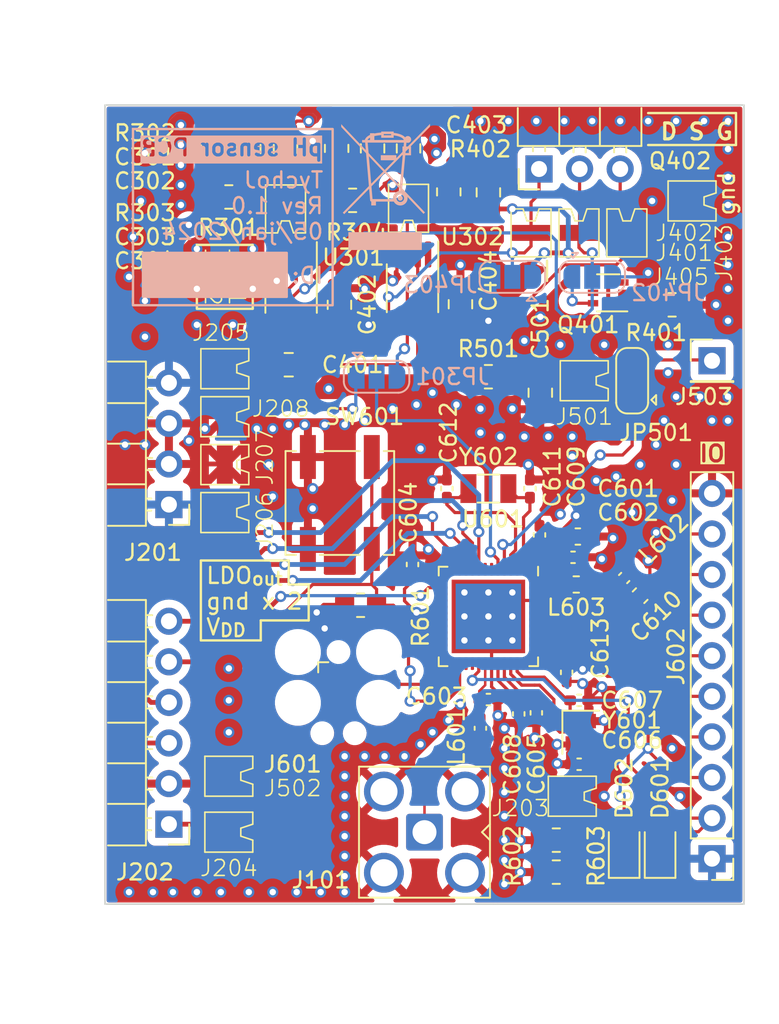
<source format=kicad_pcb>
(kicad_pcb (version 20221018) (generator pcbnew)
  (layers (0 "F.Cu" signal) (1 "In1.Cu" signal) (2 "In2.Cu" signal) (31 "B.Cu" signal) (34 "B.Paste" user) (35 "F.Paste" user) (36 "B.SilkS" user "B.Silkscreen") (37 "F.SilkS" user "F.Silkscreen") (38 "B.Mask" user) (39 "F.Mask" user) (44 "Edge.Cuts" user))
  (net 0 "")
  (net 1 "Net-(J302-Pin_1)")
  (net 2 "GND")
  (net 3 "/Filter/In")
  (net 4 "Net-(J401-Pin_1)")
  (net 5 "/P_{IN}/LDO_{OUT}")
  (net 6 "Net-(J501-Pin_1)")
  (net 7 "/Microcontroller/V_{DD}")
  (net 8 "Net-(U601-DEC3)")
  (net 9 "Net-(U601-DEC2)")
  (net 10 "Net-(U601-DEC1)")
  (net 11 "/P_{IN}/PWG-LDO")
  (net 12 "/P_{IN}/PWG-Vout")
  (net 13 "/P_{IN}/EH-ON")
  (net 14 "/P_{IN}/HBO-MCU")
  (net 15 "/Microcontroller/LDO_{EN}")
  (net 16 "Net-(J503-Pin_1)")
  (net 18 "/Filter/Out")
  (net 19 "Net-(L602-Pad2)")
  (net 20 "Net-(U601-DCC)")
  (net 21 "Net-(Q401A-E1)")
  (net 22 "/Microcontroller/V_{ref}")
  (net 41 "/Microcontroller/io_p024")
  (net 42 "/Microcontroller/io_p025")
  (net 43 "/Microcontroller/io_p026")
  (net 44 "/Microcontroller/io_p027")
  (net 45 "/Microcontroller/io_p028")
  (net 46 "/Microcontroller/io_p029")
  (net 47 "/Microcontroller/io_p030")
  (net 48 "/Microcontroller/io_p031")
  (net 49 "/Microcontroller/rf_out")
  (net 50 "/Microcontroller/osc_xc1")
  (net 51 "/Microcontroller/osc_xc2")
  (net 52 "/Microcontroller/dcdc_dec4")
  (net 53 "/Microcontroller/osc_xl1")
  (net 54 "/Microcontroller/osc_xl2")
  (net 55 "/Microcontroller/rf_ant")
  (net 56 "/Microcontroller/swd_io")
  (net 57 "/Microcontroller/swd_rst")
  (net 58 "/Microcontroller/swd_clk")
  (net 59 "Net-(J301-Pin_1)")
  (net 60 "/Reference/ref_1v1")
  (net 61 "/Reference/ref_0v5")
  (net 62 "Net-(JP402-A)")
  (net 63 "Net-(JP403-A)")
  (net 64 "/Sensor/V_{ref}")
  (net 65 "Net-(J402-Pin_1)")
  (net 66 "Net-(D601-K)")
  (net 67 "Net-(D602-K)")
  (footprint "Resistor_SMD:R_0805_2012Metric_Pad1.20x1.40mm_HandSolder" (layer "F.Cu") (at 152.75 121 180)
    (fp_text reference "R602")
    (fp_text value "5k1")
  )
  (footprint "testpoint_519x:Testpoint_519xTR" (layer "F.Cu") (at 155.17 83 90)
    (fp_text reference "J401")
    (fp_text value "U_{SS}")
  )
  (footprint "Inductor_SMD:L_0402_1005Metric_Pad0.77x0.64mm_HandSolder" (layer "F.Cu") (at 148 114 90)
    (fp_text reference "L601")
    (fp_text value "3n9")
  )
  (footprint "Capacitor_SMD:C_0402_1005Metric_Pad0.74x0.62mm_HandSolder" (layer "F.Cu") (at 154.1825 116.25 180)
    (fp_text reference "C606")
    (fp_text value "12p")
  )
  (footprint "Capacitor_SMD:C_0805_2012Metric_Pad1.18x1.45mm_HandSolder" (layer "F.Cu") (at 135.8 77.75 90)
    (fp_text reference "C302")
    (fp_text value "10u")
  )
  (footprint "testpoint_519x:Testpoint_519xTR" (layer "F.Cu") (at 161.25 82)
    (fp_text reference "J403")
    (fp_text value "GND")
  )
  (footprint "Capacitor_SMD:C_0805_2012Metric_Pad1.18x1.45mm_HandSolder" (layer "F.Cu") (at 148.5 80.4625 -90)
    (fp_text reference "C403")
    (fp_text value "10u")
  )
  (footprint "Capacitor_SMD:C_0402_1005Metric_Pad0.74x0.62mm_HandSolder" (layer "F.Cu") (at 154.1825 112.25)
    (fp_text reference "C607")
    (fp_text value "12p")
  )
  (footprint "testpoint_519x:Testpoint_519xTR" (layer "F.Cu") (at 132 98.5)
    (fp_text reference "J207")
    (fp_text value "GND")
  )
  (footprint "Resistor_SMD:R_0805_2012Metric_Pad1.20x1.40mm_HandSolder" (layer "F.Cu") (at 140 80.9625)
    (fp_text reference "R304")
    (fp_text value "R")
  )
  (footprint "Resistor_SMD:R_0805_2012Metric_Pad1.20x1.40mm_HandSolder" (layer "F.Cu") (at 146.02 80.4325 -90)
    (fp_text reference "R402")
    (fp_text value "56k")
  )
  (footprint "Capacitor_SMD:C_0402_1005Metric_Pad0.74x0.62mm_HandSolder" (layer "F.Cu") (at 143.75 103.75 90)
    (fp_text reference "C604")
    (fp_text value "100n")
  )
  (footprint "Resistor_SMD:R_0805_2012Metric_Pad1.20x1.40mm_HandSolder" (layer "F.Cu") (at 131.25 77.75 90)
    (fp_text reference "R302")
    (fp_text value "R")
  )
  (footprint "Capacitor_SMD:C_0603_1608Metric_Pad1.08x0.95mm_HandSolder" (layer "F.Cu") (at 158 105.7 45)
    (fp_text reference "C610")
    (fp_text value "1u")
  )
  (footprint "Capacitor_SMD:C_0805_2012Metric_Pad1.18x1.45mm_HandSolder" (layer "F.Cu") (at 146.75 87.4625 90)
    (fp_text reference "C404")
    (fp_text value "100n")
  )
  (footprint "testpoint_519x:Testpoint_519xTR" (layer "F.Cu") (at 132 92.5)
    (fp_text reference "J205")
    (fp_text value "V_{DD}AN")
  )
  (footprint "Package_SO:MSOP-8_3x3mm_P0.65mm" (layer "F.Cu") (at 136.15 86.5 -90)
    (fp_text reference "U301")
    (fp_text value "LTC2064")
  )
  (footprint "Package_SO:MSOP-8_3x3mm_P0.65mm" (layer "F.Cu") (at 143.75 86.4625 -90)
    (fp_text reference "U302")
    (fp_text value "LTC2064")
  )
  (footprint "Button_Switch_SMD:SW_SPST_B3SL-1002P" (layer "F.Cu") (at 139.2 99.9 90)
    (fp_text reference "SW601")
    (fp_text value "SW_Push")
  )
  (footprint "Capacitor_SMD:C_0402_1005Metric_Pad0.74x0.62mm_HandSolder" (layer "F.Cu") (at 145.9 99 90)
    (fp_text reference "C612")
    (fp_text value "12p")
  )
  (footprint "testpoint_519x:Testpoint_519xTR" (layer "F.Cu") (at 132 95.5)
    (fp_text reference "J208")
    (fp_text value "GND")
  )
  (footprint "Connector_PinHeader_2.54mm:PinHeader_1x06_P2.54mm_Horizontal" (layer "F.Cu") (at 128.5 120 180)
    (fp_text reference "J202")
    (fp_text value "control signals")
  )
  (footprint "Package_TO_SOT_SMD:SOT-363_SC-70-6" (layer "F.Cu") (at 156 86.75 180)
    (fp_text reference "Q401")
    (fp_text value "BC847BDW1")
  )
  (footprint "testpoint_519x:Testpoint_519xTR" (layer "F.Cu") (at 132.25 121.5)
    (fp_text reference "J204")
    (fp_text value "LDO_{EN}")
  )
  (footprint "Resistor_SMD:R_0805_2012Metric_Pad1.20x1.40mm_HandSolder" (layer "F.Cu") (at 139 77.7125 -90)
    (fp_text reference "R303")
    (fp_text value "R")
  )
  (footprint "Diode_SMD:D_0805_2012Metric_Pad1.15x1.40mm_HandSolder" (layer "F.Cu") (at 157 121.5 90)
    (fp_text reference "D602")
    (fp_text value "GREEN")
  )
  (footprint "Capacitor_SMD:C_0402_1005Metric_Pad0.74x0.62mm_HandSolder" (layer "F.Cu") (at 153.4 110.5 -90)
    (fp_text reference "C613")
    (fp_text value "100n")
  )
  (footprint "testpoint_519x:Testpoint_519xTR" (layer "F.Cu") (at 158.17 83 90)
    (fp_text reference "J405")
    (fp_text value "Out")
  )
  (footprint "Capacitor_SMD:C_0402_1005Metric_Pad0.74x0.62mm_HandSolder" (layer "F.Cu") (at 150.4 113.1 -90)
    (fp_text reference "C608")
    (fp_text value "DNP")
  )
  (footprint "Capacitor_SMD:C_0805_2012Metric_Pad1.18x1.45mm_HandSolder" (layer "F.Cu") (at 136 91.25 180)
    (fp_text reference "C401")
    (fp_text value "TBD")
  )
  (footprint "Capacitor_SMD:C_0805_2012Metric_Pad1.18x1.45mm_HandSolder" (layer "F.Cu") (at 143.5 77.7125 90)
    (fp_text reference "C304")
    (fp_text value "10u")
  )
  (footprint "testpoint_519x:Testpoint_519xTR" (layer "F.Cu") (at 134.8 81.5 -90)
    (fp_text reference "J302")
    (fp_text value "U_{ref}")
  )
  (footprint "Capacitor_SMD:C_0402_1005Metric_Pad0.74x0.62mm_HandSolder" (layer "F.Cu") (at 148.5 112.2)
    (fp_text reference "C603")
    (fp_text value "0p8")
  )
  (footprint "Capacitor_SMD:C_0805_2012Metric_Pad1.18x1.45mm_HandSolder" (layer "F.Cu") (at 139.175 87.5 90)
    (fp_text reference "C402")
    (fp_text value "100n")
  )
  (footprint "Connector_PinHeader_2.54mm:PinHeader_1x01_P2.54mm_Vertical" (layer "F.Cu") (at 162.5 91)
    (fp_text reference "J503")
    (fp_text value "toDefboard")
  )
  (footprint "Resistor_SMD:R_0805_2012Metric_Pad1.20x1.40mm_HandSolder" (layer "F.Cu") (at 160 87.5)
    (fp_text reference "R401")
    (fp_text value "4k7")
  )
  (footprint "Connector_PinHeader_2.54mm:PinHeader_1x10_P2.54mm_Vertical" (layer "F.Cu") (at 162.5 122.16 180)
    (fp_text reference "J602")
    (fp_text value "IO")
  )
  (footprint "Capacitor_SMD:C_0805_2012Metric_Pad1.18x1.45mm_HandSolder" (layer "F.Cu") (at 133.5 77.75 90)
    (fp_text reference "C301")
    (fp_text value "100n")
  )
  (footprint "testpoint_519x:Testpoint_519xTR" (layer "F.Cu") (at 132.25 118)
    (fp_text reference "J502")
    (fp_text value "GND")
  )
  (footprint "Package_DFN_QFN:QFN-48-1EP_6x6mm_P0.4mm_EP4.6x4.6mm_ThermalVias" (layer "F.Cu") (at 148.5 107 -90)
    (fp_text reference "U601")
    (fp_text value "nRF52810-QFxx")
  )
  (footprint "Connector_PinHeader_2.54mm:PinHeader_1x03_P2.54mm_Horizontal" (layer "F.Cu") (at 151.67 79 90)
    (fp_text reference "Q402")
    (fp_text value "NMOS")
  )
  (footprint "Resistor_SMD:R_0805_2012Metric_Pad1.20x1.40mm_HandSolder" (layer "F.Cu") (at 152.75 123 180)
    (fp_text reference "R603")
    (fp_text value "5k1")
  )
  (footprint "Resistor_SMD:R_0805_2012Metric_Pad1.20x1.40mm_HandSolder" (layer "F.Cu") (at 148.5 92)
    (fp_text reference "R501")
    (fp_text value "11k")
  )
  (footprint "Crystal:Crystal_SMD_3215-2Pin_3.2x1.5mm" (layer "F.Cu") (at 148.5 99 180)
    (fp_text reference "Y602")
    (fp_text value "Crystal")
  )
  (footprint "Crystal:Crystal_SMD_2016-4Pin_2.0x1.6mm" (layer "F.Cu") (at 154.2825 114.25 -90)
    (fp_text reference "Y601")
    (fp_text value "Crystal_GND24")
  )
  (footprint "testpoint_519x:Testpoint_519xTR" (layer "F.Cu") (at 154.5 93.25)
    (fp_text reference "J501")
    (fp_text value "ADC")
  )
  (footprint "Capacitor_SMD:C_0402_1005Metric_Pad0.74x0.62mm_HandSolder" (layer "F.Cu") (at 151.5 113.0325 -90)
    (fp_text reference "C605")
    (fp_text value "100p")
  )
  (footprint "testpoint_519x:Testpoint_519xTR" (layer "F.Cu") (at 153.75 119.25)
    (fp_text reference "J203")
    (fp_text value "GND")
  )
  (footprint "Capacitor_SMD:C_0805_2012Metric_Pad1.18x1.45mm_HandSolder" (layer "F.Cu") (at 151.75 93 -90)
    (fp_text reference "C501")
    (fp_text value "1u")
  )
  (footprint "Capacitor_SMD:C_0402_1005Metric_Pad0.74x0.62mm_HandSolder" (layer "F.Cu") (at 153.8 103.3)
    (fp_text reference "C602")
    (fp_text value "100n")
  )
  (footprint "testpoint_519x:Testpoint_519xTR" (layer "F.Cu") (at 142.5 81.4625 -90)
    (fp_text reference "J301")
    (fp_text value "U_{ref}")
  )
  (footprint "testpoint_519x:Testpoint_519xTR" (layer "F.Cu") (at 132 101.5)
    (fp_text reference "J206")
    (fp_text value "V_{DD}MCU")
  )
  (footprint "Resistor_SMD:R_0805_2012Metric_Pad1.20x1.40mm_HandSolder" (layer "F.Cu") (at 140.5 106.3)
    (fp_text reference "R601")
    (fp_text value "18k")
  )
  (footprint "Connector_Coaxial:SMA_Amphenol_901-143_Horizontal" (layer "F.Cu") (at 144.5 120.5 180)
    (fp_text reference "J101")
    (fp_text value "Conn_Coaxial")
    (fp_line (start 4.3 -4.5) (end -4.3 -4.5) (stroke (width 0.1)) (layer "Edge.Cuts"))
  )
  (footprint "Inductor_SMD:L_0402_1005Metric_Pad0.77x0.64mm_HandSolder" (layer "F.Cu") (at 157 104.595181 -135)
    (fp_text reference "L602")
    (fp_text value "15n")
  )
  (footprint "Capacitor_SMD:C_0402_1005Metric_Pad0.74x0.62mm_HandSolder" (layer "F.Cu") (at 151.7 101.9 90)
    (fp_text reference "C609")
    (fp_text value "100n")
  )
  (footprint "Capacitor_SMD:C_0603_1608Metric_Pad1.08x0.95mm_HandSolder" (layer "F.Cu") (at 154.1 102)
    (fp_text reference "C601")
    (fp_text value "4u7")
  )
  (footprint "Capacitor_SMD:C_0402_1005Metric_Pad0.74x0.62mm_HandSolder" (layer "F.Cu") (at 151.1 99 90)
    (fp_text reference "C611")
    (fp_text value "12p")
  )
  (footprint "Resistor_SMD:R_0805_2012Metric_Pad1.20x1.40mm_HandSolder" (layer "F.Cu") (at 132.25 80.75 180)
    (fp_text reference "R301")
    (fp_text value "R")
  )
  (footprint "Jumper:SolderJumper-3_P1.3mm_Open_RoundedPad1.0x1.5mm" (layer "F.Cu") (at 157.5 92.25 90)
    (fp_text reference "JP501")
    (fp_text value "SolderJumper_3_Open" hide)
  )
  (footprint "Connector:Tag-Connect_TC2030-IDC-FP_2x03_P1.27mm_Vertical" (layer "F.Cu") (at 139.115 111.77 -90)
    (fp_text reference "J601")
    (fp_text value "ISP")
  )
  (footprint "Connector_PinHeader_2.54mm:PinHeader_1x04_P2.54mm_Horizontal" (layer "F.Cu") (at 128.5 100 180)
    (fp_text reference "J201")
    (fp_text value "PWR")
  )
  (footprint "Diode_SMD:D_0805_2012Metric_Pad1.15x1.40mm_HandSolder" (layer "F.Cu") (at 159.25 121.5 90)
    (fp_text reference "D601")
    (fp_text value "RED")
  )
  (footprint "Inductor_SMD:L_0603_1608Metric_Pad1.05x0.95mm_HandSolder" (layer "F.Cu") (at 154 105 180)
    (fp_text reference "L603")
    (fp_text value "10u")
  )
  (footprint "Capacitor_SMD:C_0805_2012Metric_Pad1.18x1.45mm_HandSolder" (layer "F.Cu") (at 141.25 77.7125 90)
    (fp_text reference "C303")
    (fp_text value "100n")
  )
  (footprint "testpoint_519x:Testpoint_519xTR" (layer "F.Cu") (at 152.17 83 90)
    (fp_text reference "J402")
    (fp_text value "U_{DD}")
  )
  (footprint "Jumper:SolderJumper-3_P1.3mm_Open_RoundedPad1.0x1.5mm" (layer "B.Cu") (at 141.5 92)
    (fp_text reference "JP301")
    (fp_text value "J|T")
  )
  (footprint "Jumper:SolderJumper-3_P1.3mm_Open_RoundedPad1.0x1.5mm" (layer "B.Cu") (at 150 85.75 180)
    (fp_text reference "JP403")
    (fp_text value "J|T")
  )
  (footprint "Jumper:SolderJumper-3_P1.3mm_Open_RoundedPad1.0x1.5mm" (layer "B.Cu") (at 155 85.75)
    (fp_text reference "JP402")
    (fp_text value "J|T")
  )
  (gr_rect (start 126.25 76.5) (end 138.75 87.5254) (stroke (width 0.15)) (fill none) (layer "B.SilkS"))
  (gr_poly (pts (xy 144.332479 84.070719) (xy 139.733056 84.070719) (xy 139.733056 82.950724) (xy 144.332479 82.950724)) (fill solid) (layer "B.SilkS"))
  (gr_poly (pts (xy 142.991105 80.673458) (xy 142.998947 80.674054) (xy 143.006676 80.675036) (xy 143.014281 80.676394) (xy 143.021753 80.678119) (xy 143.029081 80.6802) (xy 143.036257 80.682628) (xy 143.04327 80.685394) (xy 143.050111 80.688487) (xy 143.05677 80.691897) (xy 143.063237 80.695616) (xy 143.069503 80.699633) (xy 143.075558 80.703939) (xy 143.081392 80.708524) (xy 143.086996 80.713378) (xy 143.09236 80.718492) (xy 143.097474 80.723856) (xy 143.102328 80.72946) (xy 143.106913 80.735294) (xy 143.111219 80.741349) (xy 143.115236 80.747615) (xy 143.118955 80.754082) (xy 143.122365 80.760741) (xy 143.125458 80.767582) (xy 143.128223 80.774595) (xy 143.130652 80.781771) (xy 143.132733 80.789099) (xy 143.134457 80.796571) (xy 143.135816 80.804176) (xy 143.136798 80.811905) (xy 143.137394 80.819747) (xy 143.137595 80.827694) (xy 143.137394 80.835641) (xy 143.136798 80.843484) (xy 143.135816 80.851212) (xy 143.134457 80.858817) (xy 143.132733 80.866288) (xy 143.130652 80.873616) (xy 143.128223 80.880791) (xy 143.125458 80.887804) (xy 143.122365 80.894645) (xy 143.118955 80.901303) (xy 143.115236 80.90777) (xy 143.111219 80.914035) (xy 143.106913 80.92009) (xy 143.102328 80.925923) (xy 143.097474 80.931527) (xy 143.09236 80.936889) (xy 143.086996 80.942003) (xy 143.081392 80.946856) (xy 143.075558 80.95144) (xy 143.069503 80.955746) (xy 143.063237 80.959762) (xy 143.05677 80.963481) (xy 143.050111 80.966891) (xy 143.04327 80.969983) (xy 143.036257 80.972748) (xy 143.029081 80.975176) (xy 143.021753 80.977257) (xy 143.014281 80.978981) (xy 143.006676 80.980339) (xy 142.998947 80.981321) (xy 142.991105 80.981917) (xy 142.983158 80.982118) (xy 142.975211 80.981917) (xy 142.967368 80.981321) (xy 142.95964 80.980339) (xy 142.952035 80.978981) (xy 142.944563 80.977257) (xy 142.937235 80.975176) (xy 142.930059 80.972748) (xy 142.923046 80.969983) (xy 142.916205 80.966891) (xy 142.909546 80.963481) (xy 142.903078 80.959762) (xy 142.896812 80.955746) (xy 142.890757 80.95144) (xy 142.884923 80.946856) (xy 142.879319 80.942002) (xy 142.873956 80.936889) (xy 142.868842 80.931526) (xy 142.863988 80.925923) (xy 142.859403 80.92009) (xy 142.855097 80.914035) (xy 142.85108 80.90777) (xy 142.847361 80.901303) (xy 142.84395 80.894644) (xy 142.840857 80.887804) (xy 142.838092 80.880791) (xy 142.835664 80.873616) (xy 142.833583 80.866288) (xy 142.831858 80.858817) (xy 142.8305 80.851212) (xy 142.829518 80.843484) (xy 142.828921 80.835641) (xy 142.82872 80.827694) (xy 142.828921 80.819747) (xy 142.829518 80.811905) (xy 142.8305 80.804176) (xy 142.831858 80.796571) (xy 142.833583 80.7891) (xy 142.835664 80.781771) (xy 142.838092 80.774595) (xy 142.840857 80.767582) (xy 142.84395 80.760741) (xy 142.847361 80.754082) (xy 142.85108 80.747615) (xy 142.855097 80.741349) (xy 142.859403 80.735294) (xy 142.863988 80.72946) (xy 142.868842 80.723856) (xy 142.873956 80.718492) (xy 142.879319 80.713378) (xy 142.884923 80.708524) (xy 142.890757 80.703939) (xy 142.896812 80.699633) (xy 142.903078 80.695616) (xy 142.909546 80.691897) (xy 142.916205 80.688487) (xy 142.923046 80.685394) (xy 142.930059 80.682628) (xy 142.937235 80.6802) (xy 142.944563 80.678119) (xy 142.952035 80.676394) (xy 142.95964 80.675036) (xy 142.967368 80.674054) (xy 142.975211 80.673458) (xy 142.983158 80.673257)) (fill solid) (layer "B.SilkS"))
  (gr_rect (start 126.875 84.25) (end 135.875 87) (stroke (width 0.15)) (fill solid) (layer "B.SilkS"))
  (gr_poly (pts (xy 144.84757 76.353378) (xy 143.633067 77.590477) (xy 143.658348 77.590477) (xy 143.658348 78.144012) (xy 143.296782 78.144012) (xy 143.103715 80.215541) (xy 144.531869 81.719631) (xy 144.437122 81.80955) (xy 143.434074 80.751455) (xy 143.435538 80.760783) (xy 143.436814 80.770172) (xy 143.4379 80.779621) (xy 143.438793 80.789128) (xy 143.439492 80.798691) (xy 143.439994 80.808307) (xy 143.440296 80.817976) (xy 143.440397 80.827694) (xy 143.439803 80.851224) (xy 143.438037 80.874445) (xy 143.435129 80.897328) (xy 143.431108 80.919845) (xy 143.426003 80.941966) (xy 143.419841 80.963664) (xy 143.412653 80.984909) (xy 143.404466 81.005673) (xy 143.39531 81.025926) (xy 143.385213 81.045641) (xy 143.374203 81.064788) (xy 143.36231 81.083339) (xy 143.349563 81.101265) (xy 143.335989 81.118538) (xy 143.321618 81.135128) (xy 143.306479 81.151007) (xy 143.290599 81.166146) (xy 143.274009 81.180516) (xy 143.256736 81.19409) (xy 143.23881 81.206837) (xy 143.220259 81.218729) (xy 143.201112 81.229739) (xy 143.181397 81.239835) (xy 143.161144 81.248991) (xy 143.14038 81.257178) (xy 143.119136 81.264366) (xy 143.097438 81.270527) (xy 143.075318 81.275632) (xy 143.052802 81.279653) (xy 143.029919 81.28256) (xy 143.006699 81.284326) (xy 142.983171 81.284921) (xy 142.950575 81.283777) (xy 142.918596 81.280397) (xy 142.887312 81.274857) (xy 142.856798 81.267235) (xy 142.827133 81.257607) (xy 142.798393 81.24605) (xy 142.770655 81.232642) (xy 142.743996 81.217459) (xy 142.718493 81.200578) (xy 142.694223 81.182076) (xy 142.671263 81.16203) (xy 142.64969 81.140517) (xy 142.629581 81.117613) (xy 142.611013 81.093397) (xy 142.594063 81.067944) (xy 142.578808 81.041332) (xy 141.460679 81.041332) (xy 141.460679 81.280185) (xy 141.166502 81.280185) (xy 141.166502 81.040723) (xy 141.163277 81.040188) (xy 141.160066 81.039495) (xy 141.156874 81.038647) (xy 141.153705 81.037651) (xy 141.150566 81.03651) (xy 141.147462 81.035229) (xy 141.144397 81.033814) (xy 141.141377 81.032269) (xy 141.135493 81.028809) (xy 141.129852 81.024888) (xy 141.124496 81.020543) (xy 141.119467 81.015815) (xy 141.114808 81.01074) (xy 141.110559 81.005358) (xy 141.106764 80.999707) (xy 141.105049 80.996793) (xy 141.103464 80.993826) (xy 141.102013 80.990811) (xy 141.100701 80.987753) (xy 141.099534 80.984657) (xy 141.098518 80.981527) (xy 141.097656 80.978369) (xy 141.096956 80.975187) (xy 141.096421 80.971986) (xy 141.096057 80.96877) (xy 141.033245 80.238692) (xy 139.474836 81.826099) (xy 139.381676 81.734554) (xy 140.998281 80.089467) (xy 141.179731 80.089467) (xy 141.247954 80.882595) (xy 142.529172 80.882595) (xy 142.528417 80.875829) (xy 142.52776 80.869033) (xy 142.527201 80.862209) (xy 142.526742 80.855358) (xy 142.526383 80.84848) (xy 142.526125 80.841576) (xy 142.52597 80.834647) (xy 142.525918 80.827694) (xy 142.745363 80.827694) (xy 142.745672 80.839931) (xy 142.746591 80.852007) (xy 142.748103 80.863907) (xy 142.750194 80.875617) (xy 142.752849 80.887121) (xy 142.756053 80.898405) (xy 142.759791 80.909454) (xy 142.764049 80.920253) (xy 142.768811 80.930786) (xy 142.774062 80.941039) (xy 142.779787 80.950997) (xy 142.785972 80.960645) (xy 142.792602 80.969969) (xy 142.799661 80.978952) (xy 142.807135 80.98758) (xy 142.815008 80.995839) (xy 142.823266 81.003712) (xy 142.831894 81.011186) (xy 142.840877 81.018246) (xy 142.8502 81.024876) (xy 142.859848 81.031061) (xy 142.869807 81.036787) (xy 142.88006 81.042039) (xy 142.890593 81.046801) (xy 142.901392 81.051059) (xy 142.912441 81.054797) (xy 142.923726 81.058002) (xy 142.935231 81.060657) (xy 142.946942 81.062748) (xy 142.958843 81.064261) (xy 142.97092 81.065179) (xy 142.983158 81.065488) (xy 142.995394 81.065179) (xy 143.00747 81.064261) (xy 143.01937 81.062748) (xy 143.03108 81.060657) (xy 143.042585 81.058002) (xy 143.053869 81.054797) (xy 143.064917 81.051059) (xy 143.075716 81.046801) (xy 143.086249 81.042039) (xy 143.096503 81.036787) (xy 143.106461 81.031061) (xy 143.116109 81.024876) (xy 143.125432 81.018246) (xy 143.134415 81.011186) (xy 143.143043 81.003712) (xy 143.151302 80.995839) (xy 143.159176 80.98758) (xy 143.16665 80.978952) (xy 143.173709 80.969969) (xy 143.180339 80.960645) (xy 143.186524 80.950997) (xy 143.19225 80.941039) (xy 143.197502 80.930786) (xy 143.202264 80.920253) (xy 143.206522 80.909454) (xy 143.210261 80.898405) (xy 143.213465 80.887121) (xy 143.21612 80.875617) (xy 143.218212 80.863907) (xy 143.219724 80.852007) (xy 143.220642 80.839931) (xy 143.220952 80.827694) (xy 143.220642 80.815457) (xy 143.219724 80.80338) (xy 143.218212 80.791478) (xy 143.21612 80.779768) (xy 143.213465 80.768263) (xy 143.210261 80.756978) (xy 143.206522 80.745929) (xy 143.202264 80.73513) (xy 143.197502 80.724597) (xy 143.19225 80.714343) (xy 143.186524 80.704385) (xy 143.180339 80.694737) (xy 143.173709 80.685414) (xy 143.16665 80.676431) (xy 143.159176 80.667803) (xy 143.151302 80.659545) (xy 143.143043 80.651671) (xy 143.134415 80.644198) (xy 143.125432 80.637139) (xy 143.116109 80.630509) (xy 143.106461 80.624324) (xy 143.096503 80.618599) (xy 143.086249 80.613347) (xy 143.075716 80.608586) (xy 143.064917 80.604328) (xy 143.053869 80.60059) (xy 143.042585 80.597386) (xy 143.03108 80.594731) (xy 143.01937 80.59264) (xy 143.00747 80.591127) (xy 142.995394 80.590209) (xy 142.983158 80.5899) (xy 142.97092 80.590209) (xy 142.958843 80.591127) (xy 142.946942 80.59264) (xy 142.935231 80.594731) (xy 142.923726 80.597386) (xy 142.912442 80.60059) (xy 142.901392 80.604328) (xy 142.890594 80.608586) (xy 142.88006 80.613347) (xy 142.869807 80.618599) (xy 142.859849 80.624324) (xy 142.850201 80.630509) (xy 142.840878 80.637139) (xy 142.831895 80.644198) (xy 142.823267 80.651671) (xy 142.815008 80.659545) (xy 142.807135 80.667803) (xy 142.799661 80.676431) (xy 142.792602 80.685414) (xy 142.785972 80.694737) (xy 142.779787 80.704385) (xy 142.774062 80.714343) (xy 142.768811 80.724597) (xy 142.764049 80.73513) (xy 142.759791 80.745929) (xy 142.756053 80.756978) (xy 142.752849 80.768263) (xy 142.750194 80.779768) (xy 142.748103 80.791478) (xy 142.746591 80.80338) (xy 142.745672 80.815457) (xy 142.745363 80.827694) (xy 142.525918 80.827694) (xy 142.526431 80.805844) (xy 142.527954 80.784259) (xy 142.530465 80.76296) (xy 142.53394 80.741972) (xy 142.538356 80.721318) (xy 142.543691 80.701019) (xy 142.549922 80.6811) (xy 142.557025 80.661583) (xy 142.564978 80.642491) (xy 142.573757 80.623847) (xy 142.58334 80.605675) (xy 142.593703 80.587996) (xy 142.604825 80.570835) (xy 142.616681 80.554213) (xy 142.629248 80.538155) (xy 142.642505 80.522683) (xy 142.656427 80.507819) (xy 142.670992 80.493588) (xy 142.686177 80.480011) (xy 142.701959 80.467112) (xy 142.718315 80.454914) (xy 142.735222 80.44344) (xy 142.752657 80.432713) (xy 142.770597 80.422755) (xy 142.789019 80.41359) (xy 142.8079 80.405241) (xy 142.827217 80.397731) (xy 142.846947 80.391082) (xy 142.867067 80.385318) (xy 142.887555 80.380462) (xy 142.908387 80.376536) (xy 142.92954 80.373563) (xy 142.942637 80.233056) (xy 142.007348 79.246452) (xy 141.179731 80.089467) (xy 140.998281 80.089467) (xy 141.018626 80.068763) (xy 140.858063 78.202181) (xy 141.017396 78.202181) (xy 141.165139 79.919671) (xy 141.916345 79.155223) (xy 142.096909 79.155223) (xy 142.958512 80.062638) (xy 143.137317 78.144012) (xy 143.119683 78.144012) (xy 143.119683 78.1134) (xy 142.096909 79.155223) (xy 141.916345 79.155223) (xy 141.918646 79.152882) (xy 141.017396 78.202181) (xy 140.858063 78.202181) (xy 140.842162 78.01733) (xy 139.284878 76.374598) (xy 139.284878 76.193689) (xy 140.824793 77.815479) (xy 140.784784 77.350382) (xy 140.94412 77.350382) (xy 141 78) (xy 142.008168 79.061773) (xy 142.604499 78.454951) (xy 141.763759 78.454951) (xy 141.763759 78.137451) (xy 142.736116 78.137451) (xy 142.736116 78.321005) (xy 143.050325 78.00127) (xy 143.310064 78.00127) (xy 143.519416 78.00127) (xy 143.519416 77.733247) (xy 143.492917 77.733247) (xy 143.31849 77.910914) (xy 143.310064 78.00127) (xy 143.050325 78.00127) (xy 143.119683 77.930692) (xy 143.119683 77.590504) (xy 143.188898 77.590504) (xy 143.211268 77.350382) (xy 140.94412 77.350382) (xy 140.784784 77.350382) (xy 140.784219 77.343806) (xy 140.592978 77.343806) (xy 140.592978 77.185056) (xy 140.76124 77.185056) (xy 141.360309 77.185056) (xy 143.205037 77.185056) (xy 143.197644 77.169307) (xy 143.189065 77.154082) (xy 143.179337 77.139371) (xy 143.1685 77.125167) (xy 143.156592 77.11146) (xy 143.143651 77.098242) (xy 143.129715 77.085505) (xy 143.114824 77.07324) (xy 143.099015 77.061438) (xy 143.082328 77.050091) (xy 143.0648 77.039189) (xy 143.046471 77.028725) (xy 143.00756 77.009074) (xy 142.965903 76.991069) (xy 142.921809 76.974641) (xy 142.875584 76.95972) (xy 142.827537 76.946239) (xy 142.777975 76.934127) (xy 142.727206 76.923316) (xy 142.675539 76.913736) (xy 142.62328 76.90532) (xy 142.570751 76.897999) (xy 142.570751 77.046163) (xy 141.790244 77.046163) (xy 141.790244 76.881302) (xy 141.737779 76.885588) (xy 141.684295 76.890741) (xy 141.630119 76.896829) (xy 141.575579 76.903917) (xy 141.521001 76.912071) (xy 141.466712 76.921359) (xy 141.413039 76.931845) (xy 141.360309 76.943598) (xy 141.360309 77.185056) (xy 140.76124 77.185056) (xy 140.761244 77.185043) (xy 140.93097 77.185043) (xy 141.089032 77.185043) (xy 141.089032 77.040594) (xy 141.075789 77.047993) (xy 141.062934 77.055596) (xy 141.050479 77.063407) (xy 141.038437 77.071428) (xy 141.026822 77.079661) (xy 141.015646 77.08811) (xy 141.004923 77.096777) (xy 140.994667 77.105665) (xy 140.984889 77.114776) (xy 140.975604 77.124114) (xy 140.966825 77.13368) (xy 140.958564 77.143479) (xy 140.950835 77.153511) (xy 140.94365 77.163781) (xy 140.937024 77.174291) (xy 140.93097 77.185043) (xy 140.761244 77.185043) (xy 140.762371 77.181643) (xy 140.763593 77.178091) (xy 140.764909 77.174405) (xy 140.766323 77.170587) (xy 140.767837 77.166642) (xy 140.769455 77.162572) (xy 140.771179 77.158382) (xy 140.773014 77.154074) (xy 140.784195 77.130257) (xy 140.796728 77.107289) (xy 140.810568 77.085155) (xy 140.825671 77.063841) (xy 140.841992 77.043332) (xy 140.859486 77.023611) (xy 140.878107 77.004666) (xy 140.897811 76.98648) (xy 140.918553 76.969039) (xy 140.940289 76.952328) (xy 140.962972 76.936331) (xy 140.98656 76.921035) (xy 141.011005 76.906424) (xy 141.036265 76.892482) (xy 141.062293 76.879197) (xy 141.089045 76.866551) (xy 141.089045 76.814627) (xy 141.948968 76.814627) (xy 141.948968 76.887413) (xy 142.411975 76.887413) (xy 142.411975 76.814627) (xy 141.948968 76.814627) (xy 141.089045 76.814627) (xy 141.089045 76.761631) (xy 141.360309 76.761631) (xy 141.360309 76.777863) (xy 141.413651 76.766366) (xy 141.467536 76.756187) (xy 141.521751 76.747253) (xy 141.57608 76.739493) (xy 141.630309 76.732835) (xy 141.684222 76.727207) (xy 141.737606 76.722538) (xy 141.790244 76.718755) (xy 141.790244 76.65589) (xy 142.570751 76.65589) (xy 142.570751 76.736351) (xy 142.676353 76.751578) (xy 142.72888 76.760907) (xy 142.780924 76.771471) (xy 142.832261 76.783341) (xy 142.882669 76.796585) (xy 142.931926 76.811274) (xy 142.979809 76.827477) (xy 143.026096 76.845264) (xy 143.070564 76.864703) (xy 143.11299 76.885866) (xy 143.153153 76.908821) (xy 143.190829 76.933638) (xy 143.225796 76.960386) (xy 143.257832 76.989136) (xy 143.286714 77.019956) (xy 143.294227 77.010917) (xy 143.302223 77.002311) (xy 143.31068 76.99416) (xy 143.319579 76.986484) (xy 143.328898 76.979304) (xy 143.338617 76.97264) (xy 143.348715 76.966512) (xy 143.359172 76.960943) (xy 143.369967 76.955951) (xy 143.381079 76.951558) (xy 143.392489 76.947785) (xy 143.404175 76.944651) (xy 143.416116 76.942178) (xy 143.428293 76.940386) (xy 143.440684 76.939296) (xy 143.453269 76.938928) (xy 143.464162 76.939203) (xy 143.474912 76.940021) (xy 143.485505 76.941367) (xy 143.495929 76.943228) (xy 143.50617 76.945591) (xy 143.516215 76.948443) (xy 143.52605 76.951771) (xy 143.535662 76.955561) (xy 143.545038 76.959799) (xy 143.554165 76.964474) (xy 143.563029 76.96957) (xy 143.571617 76.975076) (xy 143.579915 76.980977) (xy 143.587911 76.98726) (xy 143.595591 76.993913) (xy 143.602942 77.000921) (xy 143.609951 77.008272) (xy 143.616603 77.015952) (xy 143.622887 77.023948) (xy 143.628788 77.032247) (xy 143.634294 77.040835) (xy 143.63939 77.049699) (xy 143.644064 77.058826) (xy 143.648303 77.068202) (xy 143.652093 77.077814) (xy 143.65542 77.087649) (xy 143.658272 77.097694) (xy 143.660636 77.107935) (xy 143.662497 77.118358) (xy 143.663843 77.128952) (xy 143.664661 77.139702) (xy 143.664936 77.150594) (xy 143.664661 77.161486) (xy 143.663843 77.172235) (xy 143.662497 77.182827) (xy 143.660636 77.193251) (xy 143.658272 77.203491) (xy 143.65542 77.213535) (xy 143.652093 77.22337) (xy 143.648303 77.232982) (xy 143.644064 77.242357) (xy 143.63939 77.251484) (xy 143.634294 77.260348) (xy 143.628788 77.268936) (xy 143.622887 77.277235) (xy 143.616603 77.285231) (xy 143.609951 77.292911) (xy 143.602942 77.300263) (xy 143.595591 77.307271) (xy 143.587911 77.313924) (xy 143.579915 77.320208) (xy 143.571617 77.32611) (xy 143.563029 77.331616) (xy 143.554165 77.336713) (xy 143.545038 77.341387) (xy 143.535662 77.345626) (xy 143.52605 77.349416) (xy 143.516215 77.352744) (xy 143.50617 77.355597) (xy 143.495929 77.35796) (xy 143.485505 77.359822) (xy 143.474912 77.361168) (xy 143.464162 77.361986) (xy 143.453269 77.362261) (xy 143.447828 77.362193) (xy 143.442421 77.361988) (xy 143.437049 77.361649) (xy 143.431714 77.361177) (xy 143.426418 77.360574) (xy 143.421162 77.359842) (xy 143.415948 77.358981) (xy 143.410777 77.357995) (xy 143.405652 77.356883) (xy 143.400573 77.355649) (xy 143.395544 77.354293) (xy 143.390564 77.352818) (xy 143.385637 77.351224) (xy 143.380763 77.349514) (xy 143.375944 77.347689) (xy 143.371182 77.345751) (xy 143.348362 77.590491) (xy 143.45401 77.590491) (xy 144.84757 76.172377)) (fill solid) (layer "B.SilkS"))
  (gr_line (start 164 77.5) (end 164 75.5) (stroke (width 0.15)) (layer "F.SilkS"))
  (gr_line (start 130.5 108.5) (end 130.5 103.5) (stroke (width 0.15)) (layer "F.SilkS"))
  (gr_line (start 164 75.5) (end 158.5 75.5) (stroke (width 0.15)) (layer "F.SilkS"))
  (gr_line (start 134.25 107.25) (end 134.25 108.5) (stroke (width 0.15)) (layer "F.SilkS"))
  (gr_line (start 136 103.5) (end 136 105) (stroke (width 0.15)) (layer "F.SilkS"))
  (gr_line (start 134.25 108.5) (end 130.5 108.5) (stroke (width 0.15)) (layer "F.SilkS"))
  (gr_line (start 136 105) (end 137.25 105) (stroke (width 0.15)) (layer "F.SilkS"))
  (gr_line (start 137.25 107.25) (end 134.25 107.25) (stroke (width 0.15)) (layer "F.SilkS"))
  (gr_line (start 152.17 84.75) (end 152.17 86) (stroke (width 0.15)) (layer "F.SilkS"))
  (gr_line (start 130.5 103.5) (end 136 103.5) (stroke (width 0.15)) (layer "F.SilkS"))
  (gr_rect (start 130.25 83.75) (end 133.75 87.75) (stroke (width 0.15)) (fill none) (layer "F.SilkS"))
  (gr_line (start 158.5 77.5) (end 164 77.5) (stroke (width 0.15)) (layer "F.SilkS"))
  (gr_line (start 137.25 105) (end 137.25 107.25) (stroke (width 0.15)) (layer "F.SilkS"))
  (gr_line (start 148.8 125) (end 149.1 125) (stroke (width 0.1)) (layer "Edge.Cuts"))
  (gr_line (start 124.5 125) (end 124.5 75) (stroke (width 0.1)) (layer "Edge.Cuts"))
  (gr_line (start 140 125) (end 124.5 125) (stroke (width 0.1)) (layer "Edge.Cuts"))
  (gr_line (start 140.2 125) (end 140 125) (stroke (width 0.1)) (layer "Edge.Cuts"))
  (gr_line (start 124.5 75) (end 164.5 75) (stroke (width 0.1)) (layer "Edge.Cuts"))
  (gr_line (start 164.5 75) (end 164.5 125) (stroke (width 0.1)) (layer "Edge.Cuts"))
  (gr_line (start 149.1 125) (end 164.5 125) (stroke (width 0.1)) (layer "Edge.Cuts"))
  (gr_text "ID:" (at 138.25 86.25) (layer "B.SilkS") (effects (font (size 1 1)) (justify left bottom mirror)))
  (gr_text "TychoJ\nRev 1.0\n05/jan/2024" (at 138.25 83.5) (layer "B.SilkS") (effects (font (size 1 1)) (justify left bottom mirror)))
  (gr_text "pH sensor PCB" (at 138.25 78.25) (layer "B.SilkS" knockout) (effects (font (size 1 1) (thickness 0.2) bold) (justify left bottom mirror)))
  (gr_text "gnd" (at 164 82 90) (layer "F.SilkS") (effects (font (size 1 1)) (justify left bottom)))
  (gr_text "IO" (at 161.61496 97.401224) (layer "F.SilkS" knockout) (effects (font (size 1 1) (thickness 0.2) bold) (justify left bottom)))
  (gr_text "D S G" (at 159.17 77.25) (layer "F.SilkS") (effects (font (size 1 1) (thickness 0.2) bold) (justify left bottom)))
  (gr_text "LDO_{out}\ngnd x 2\nV_{DD}" (at 130.75 108.25) (layer "F.SilkS") (effects (font (size 1 1)) (justify left bottom)))
  (segment (start 135.8 78.7875) (end 135.8 81.5) (width 0.2) (layer "F.Cu") (net 1))
  (segment (start 133.4625 78.75) (end 133.5 78.7875) (width 0.2) (layer "F.Cu") (net 1))
  (segment (start 133.5 78.7875) (end 135.8 78.7875) (width 0.2) (layer "F.Cu") (net 1))
  (segment (start 131.25 80.75) (end 131.25 78.75) (width 0.2) (layer "F.Cu") (net 1))
  (segment (start 131.25 78.75) (end 133.4625 78.75) (width 0.2) (layer "F.Cu") (net 1))
  (segment (start 135.825 84.3875) (end 135.825 81.525) (width 0.2) (layer "F.Cu") (net 1))
  (segment (start 135.825 81.525) (end 135.8 81.5) (width 0.2) (layer "F.Cu") (net 1))
  (segment (start 151.5 114.5) (end 151.5 113.6) (width 0.2) (layer "F.Cu") (net 2))
  (segment (start 151.75 94.0375) (end 150.0375 94.0375) (width 0.2) (layer "F.Cu") (net 2))
  (segment (start 161.25 81) (end 158.75 81) (width 0.6) (layer "F.Cu") (net 2))
  (segment (start 155.5 103.3) (end 155.6 103.4) (width 0.2) (layer "F.Cu") (net 2))
  (segment (start 151.9 100.6) (end 153 100.6) (width 0.2) (layer "F.Cu") (net 2))
  (segment (start 145.25 77.25) (end 145.125 77.125) (width 0.6) (layer "F.Cu") (net 2))
  (segment (start 154.2675 111.0675) (end 154.4 111.2) (width 0.2) (layer "F.Cu") (net 2))
  (segment (start 129.98 94.92) (end 130.4 94.5) (width 0.3) (layer "F.Cu") (net 2))
  (segment (start 155.7 113.55) (end 154.8325 113.55) (width 0.2) (layer "F.Cu") (net 2))
  (segment (start 158.60988 105.09012) (end 158.60988 103.60988) (width 0.2) (layer "F.Cu") (net 2))
  (segment (start 128.5 97.46) (end 131.96 97.46) (width 0.3) (layer "F.Cu") (net 2))
  (segment (start 146.75 86.425) (end 146.75 85) (width 0.2) (layer "F.Cu") (net 2))
  (segment (start 145.25 78) (end 145.25 77.25) (width 0.6) (layer "F.Cu") (net 2))
  (segment (start 142.775 85.725) (end 142.5 86) (width 0.2) (layer "F.Cu") (net 2))
  (segment (start 161 87.5) (end 162.75 87.5) (width 0.2) (layer "F.Cu") (net 2))
  (segment (start 153.615 116.25) (end 152.85 116.25) (width 0.2) (layer "F.Cu") (net 2))
  (segment (start 153.4 111.0675) (end 154.2675 111.0675) (width 0.2) (layer "F.Cu") (net 2))
  (segment (start 141 80.9625) (end 141.0375 80.9625) (width 0.2) (layer "F.Cu") (net 2))
  (segment (start 137.2 98.7) (end 137.5 99) (width 0.2) (layer "F.Cu") (net 2))
  (segment (start 128.5 94.92) (end 129.98 94.92) (width 0.3) (layer "F.Cu") (net 2))
  (segment (start 154.75 112.25) (end 155.6 111.4) (width 0.2) (layer "F.Cu") (net 2))
  (segment (start 151.45 106) (end 149.5 106) (width 0.2) (layer "F.Cu") (net 2))
  (segment (start 151.4 114.6) (end 151.5 114.5) (width 0.2) (layer "F.Cu") (net 2))
  (segment (start 128.5 117.46) (end 130.04 117.46) (width 0.3) (layer "F.Cu") (net 2))
  (segment (start 152.85 114.95) (end 152.8 115) (width 0.2) (layer "F.Cu") (net 2))
  (segment (start 144.675 76.675) (end 143.5 76.675) (width 0.6) (layer "F.Cu") (net 2))
  (segment (start 151 97.5) (end 151 98.3325) (width 0.2) (layer "F.Cu") (net 2))
  (segment (start 145.0675 98.4325) (end 145 98.5) (width 0.2) (layer "F.Cu") (net 2))
  (segment (start 135.175 85.925) (end 135.175 84.3875) (width 0.2) (layer "F.Cu") (net 2))
  (segment (start 148.7 109.95) (end 148.7 108.3) (width 0.2) (layer "F.Cu") (net 2))
  (segment (start 151.75 121) (end 150.5 121) (width 0.2) (layer "F.Cu") (net 2))
  (segment (start 137.25 76) (end 136.5125 76) (width 0.2) (layer "F.Cu") (net 2))
  (segment (start 140.7125 86.4625) (end 140.75 86.5) (width 0.2) (layer "F.Cu") (net 2))
  (segment (start 154.3675 103.3) (end 155.5 103.3) (width 0.2) (layer "F.Cu") (net 2))
  (segment (start 151.75 123) (end 150.5 123) (width 0.2) (layer "F.Cu") (net 2))
  (segment (start 141.0375 80.9625) (end 142 80) (width 0.2) (layer "F.Cu") (net 2))
  (segment (start 139.5 115.75) (end 139.137407 115.387407) (width 0.2) (layer "F.Cu") (net 2))
  (segment (start 139.137407 113.697407) (end 138.48 113.04) (width 0.2) (layer "F.Cu") (net 2))
  (segment (start 151 98.3325) (end 151.1 98.4325) (width 0.2) (layer "F.Cu") (net 2))
  (segment (start 151.7 100.8) (end 151.9 100.6) (width 0.2) (layer "F.Cu") (net 2))
  (segment (start 142 80) (end 142.5 80) (width 0.2) (layer "F.Cu") (net 2))
  (segment (start 148.4 106.9) (end 148.5 107) (width 0.2) (layer "F.Cu") (net 2))
  (segment (start 149.1 113.2) (end 149.0675 113.1675) (width 0.2) (layer "F.Cu") (net 2))
  (segment (start 143.75 103.1825) (end 144.366411 103.1825) (width 0.3) (layer "F.Cu") (net 2))
  (segment (start 151.7 101.3325) (end 151.7 100.8) (width 0.2) (layer "F.Cu") (net 2))
  (segment (start 135.25 86) (end 135.175 85.925) (width 0.2) (layer "F.Cu") (net 2))
  (segment (start 148.7 107.2) (end 148.4 106.9) (width 0.2) (layer "F.Cu") (net 2))
  (segment (start 156.2 102) (end 156.3 102.1) (width 0.2) (layer "F.Cu") (net 2))
  (segment (start 149.5 114) (end 149.8325 113.6675) (width 0.2) (layer "F.Cu") (net 2))
  (segment (start 130.5 117) (end 132.25 117) (width 0.3) (layer "F.Cu") (net 2))
  (segment (start 152.85 116.25) (end 152.8 116.2) (width 0.2) (layer "F.Cu") (net 2))
  (segment (start 137.5 100.25) (end 137.2 100.55) (width 0.2) (layer "F.Cu") (net 2))
  (segment (start 137.2 97.025) (end 137.2 98.7) (width 0.2) (layer "F.Cu") (net 2))
  (segment (start 155.75 113.5) (end 155.7 113.55) (width 0.2) (layer "F.Cu") (net 2))
  (segment (start 137.2 100.55) (end 137.2 102.775) (width 0.2) (layer "F.Cu") (net 2))
  (segment (start 148.7 111.4) (end 148.7 109.95) (width 0.2) (layer "F.Cu") (net 2))
  (segment (start 153.7325 114.95) (end 152.85 114.95) (width 0.2) (layer "F.Cu") (net 2))
  (segment (start 148.7 108.3) (end 148.7 107.2) (width 0.2) (layer "F.Cu") (net 2))
  (segment (start 149.0675 111.7675) (end 148.7 111.4) (width 0.2) (layer "F.Cu") (net 2))
  (segment (start 145.125 77.125) (end 144.675 76.675) (width 0.6) (layer "F.Cu") (net 2))
  (segment (start 136.5125 76) (end 135.8 76.7125) (width 0.2) (layer "F.Cu") (net 2))
  (segment (start 158.60988 103.60988) (end 158.5 103.5) (width 0.2) (layer "F.Cu") (net 2))
  (segment (start 149.8325 113.6675) (end 150.4 113.6675) (width 0.2) (layer "F.Cu") (net 2))
  (segment (start 130.04 117.46) (end 130.5 117) (width 0.3) (layer "F.Cu") (net 2))
  (segment (start 149.0675 112) (end 149.0675 111.7675) (width 0.2) (layer "F.Cu") (net 2))
  (segment (start 149.0675 113.1675) (end 149.0675 112.2) (width 0.2) (layer "F.Cu") (net 2))
  (segment (start 139.175 86.4625) (end 140.7125 86.4625) (width 0.2) (layer "F.Cu") (net 2))
  (segment (start 154.9625 102) (end 156.2 102) (width 0.2) (layer "F.Cu") (net 2))
  (segment (start 142.775 84.35) (end 142.775 85.725) (width 0.2) (layer "F.Cu") (net 2))
  (segment (start 145.9 98.4325) (end 145.0675 98.4325) (width 0.2) (layer "F.Cu") (net 2))
  (segment (start 141.25 76.675) (end 143.5 76.675) (width 0.6) (layer "F.Cu") (net 2))
  (segment (start 144.366411 103.1825) (end 144.75 102.798911) (width 0.3) (layer "F.Cu") (net 2))
  (segment (start 130.4 94.5) (end 132 94.5) (width 0.3) (layer "F.Cu") (net 2))
  (segment (start 155.75 118.25) (end 153.75 118.25) (width 0.2) (layer "F.Cu") (net 2))
  (segment (start 150.0375 94.0375) (end 150 94) (width 0.2) (layer "F.Cu") (net 2))
  (segment (start 149.5 106) (end 148.5 107) (width 0.2) (layer "F.Cu") (net 2))
  (segment (start 131.96 97.46) (end 132 97.5) (width 0.3) (layer "F.Cu") (net 2))
  (segment (start 139.137407 115.387407) (end 139.137407 113.697407) (width 0.2) (layer "F.Cu") (net 2))
  (via (at 126 124.25) (size 0.7) (drill 0.4) (layers "F.Cu" "B.Cu") (net 2))
  (via (at 149.1 113.2) (size 0.7) (drill 0.4) (layers "F.Cu" "B.Cu") (net 2))
  (via (at 159 101.75) (size 0.7) (drill 0.4) (layers "F.Cu" "B.Cu") (net 2))
  (via (at 130.25 84) (size 0.7) (drill 0.4) (layers "F.Cu" "B.Cu") (net 2))
  (via (at 131.75 124.25) (size 0.7) (drill 0.4) (layers "F.Cu" "B.Cu") (net 2))
  (via (at 153.25 76) (size 0.7) (drill 0.4) (layers "F.Cu" "B.Cu") (net 2))
  (via (at 136.5 124.25) (size 0.7) (drill 0.4) (layers "F.Cu" "B.Cu") (net 2))
  (via (at 126 85.75) (size 0.7) (drill 0.4) (layers "F.Cu" "B.Cu") (net 2))
  (via (at 161.75 93.25) (size 0.7) (drill 0.4) (layers "F.Cu" "B.Cu") (net 2))
  (via (at 140.75 94.75) (size 0.7) (drill 0.4) (layers "F.Cu" "B.Cu") (net 2))
  (via (at 158 97.5) (size 0.7) (drill 0.4) (layers "F.Cu" "B.Cu") (net 2))
  (via (at 149.5 122.25) (size 0.7) (drill 0.4) (layers "F.Cu" "B.Cu") (net 2))
  (via (at 139.5 118.25) (size 0.7) (drill 0.4) (layers "F.Cu" "B.Cu") (net 2))
  (via (at 129.25 80) (size 0.7) (drill 0.4) (layers "F.Cu" "B.Cu") (net 2))
  (via (at 149.25 95.75) (size 0.7) (drill 0.4) (layers "F.Cu" "B.Cu") (net 2))
  (via (at 134 95.25) (size 0.7) (drill 0.4) (layers "F.Cu" "B.Cu") (net 2))
  (via (at 145.125 77.125) (size 0.7) (drill 0.4) (layers "F.Cu" "B.Cu") (net 2))
  (via (at 144 93.75) (size 0.7) (drill 0.4) (layers "F.Cu" "B.Cu") (net 2))
  (via (at 129.25 78.75) (size 0.7) (drill 0.4) (layers "F.Cu" "B.Cu") (net 2))
  (via (at 149.5 121) (size 0.7) (drill 0.4) (layers "F.Cu" "B.Cu") (net 2))
  (via (at 129.75 96) (size 0.7) (drill 0.4) (layers "F.Cu" "B.Cu") (net 2))
  (via (at 134.75 97.5) (size 0.7) (drill 0.4) (layers "F.Cu" "B.Cu") (net 2))
  (via (at 149.5 123.75) (size 0.7) (drill 0.4) (layers "F.Cu" "B.Cu") (net 2))
  (via (at 163.5 83.25) (size 0.7) (drill 0.4) (layers "F.Cu" "B.Cu") (net 2))
  (via (at 149.75 76) (size 0.7) (drill 0.4) (layers "F.Cu" "B.Cu") (net 2))
  (via (at 153.75 95.75) (size 0.7) (drill 0.4) (layers "F.Cu" "B.Cu") (net 2))
  (via (at 162.5 94.75) (size 0.7) (drill 0.4) (layers "F.Cu" "B.Cu") (net 2))
  (via (at 130.75 95.25) (size 0.7) (drill 0.4) (layers "F.Cu" "B.Cu") (net 2))
  (via (at 158.5 103.5) (size 0.7) (drill 0.4) (layers "F.Cu" "B.Cu") (net 2))
  (via (at 149.5 114) (size 0.7) (drill 0.4) (layers "F.Cu" "B.Cu") (net 2))
  (via (at 148 76) (size 0.7) (drill 0.4) (layers "F.Cu" "B.Cu") (net 2))
  (via (at 139.5 117) (size 0.7) (drill 0.4) (layers "F.Cu" "B.Cu") (net 2))
  (via (at 137.5 99) (size 0.7) (drill 0.4) (layers "F.Cu" "B.Cu") (net 2))
  (via (at 145 93) (size 0.7) (drill 0.4) (layers "F.Cu" "B.Cu") (net 2))
  (via (at 163.5 85) (size 0.7) (drill 0.4) (layers "F.Cu" "B.Cu") (net 2))
  (via (at 149.5 118) (size 0.7) (drill 0.4) (layers "F.Cu" "B.Cu") (net 2))
  (via (at 146 113.5) (size 0.7) (drill 0.4) (layers "F.Cu" "B.Cu") (net 2))
  (via (at 151.4 114.6) (size 0.7) (drill 0.4) (layers "F.Cu" "B.Cu") (net 2))
  (via (at 156.5 98.25) (size 0.7) (drill 0.4) (layers "F.Cu" "B.Cu") (net 2))
  (via (at 152.25 95.75) (size 0.7) (drill 0.4) (layers "F.Cu" "B.Cu") (net 2))
  (via (at 163.5 76) (size 0.7) (drill 0.4) (layers "F.Cu" "B.Cu") (net 2))
  (via (at 143.25 115.75) (size 0.7) (drill 0.4) (layers "F.Cu" "B.Cu") (net 2))
  (via (at 126.75 81) (size 0.7) (drill 0.4) (layers "F.Cu" "B.Cu") (net 2))
  (via (at 153 100.6) (size 0.7) (drill 0.4) (layers "F.Cu" "B.Cu") (net 2))
  (via (at 151.75 88.25) (size 0.7) (drill 0.4) (layers "F.Cu" "B.Cu") (net 2))
  (via (at 163.5 88.5) (size 0.7) (drill 0.4) (layers "F.Cu" "B.Cu") (net 2))
  (via (at 159.5 94.75) (size 0.7) (drill 0.4) (layers "F.Cu" "B.Cu") (net 2))
  (via (at 146.75 112.5) (size 0.7) (drill 0.4) (layers "F.Cu" "B.Cu") (net 2))
  (via (at 160.25 97.5) (size 0.7) (drill 0.4) (layers "F.Cu" "B.Cu") (net 2))
  (via (at 135 95.25) (size 0.7) (drill 0.4) (layers "F.Cu" "B.Cu") (net 2))
  (via (at 133.75 86.5) (size 0.7) (drill 0.4) (layers "F.Cu" "B.Cu") (net 2))
  (via (at 155.75 90) (size 0.7) (drill 0.4) (layers "F.Cu" "B.Cu") (net 2))
  (via (at 130.25 124.25) (size 0.7) (drill 0.4) (layers "F.Cu" "B.Cu") (net 2))
  (via (at 156.3 102.1) (size 0.7) (drill 0.4) (layers "F.Cu" "B.Cu") (net 2))
  (via (at 159.75 90) (size 0.7) (drill 0.4) (layers "F.Cu" "B.Cu") (net 2))
  (via (at 148 95.5) (size 0.7) (drill 0.4) (layers "F.Cu" "B.Cu") (net 2))
  (via (at 160 115.25) (size 0.7) (drill 0.4) (layers "F.Cu" "B.Cu") (net 2))
  (via (at 132.25 110.25) (size 0.7) (drill 0.4) (layers "F.Cu" "B.Cu") (net 2))
  (via (at 160.25 93.25) (size 0.7) (drill 0.4) (layers "F.Cu" "B.Cu") (net 2))
  (via (at 137.5 100.25) (size 0.7) (drill 0.4) (layers "F.Cu" "B.Cu") (net 2))
  (via (at 157.5 100.5) (size 0.7) (drill 0.4) (layers "F.Cu" "B.Cu") (net 2))
  (via (at 153 90) (size 0.7) (drill 0.4) (layers "F.Cu" "B.Cu") (net 2))
  (via (at 130.25 86.5) (size 0.7) (drill 0.4) (layers "F.Cu" "B.Cu") (net 2))
  (via (at 163.5 94.75) (size 0.7) (drill 0.4) (layers "F.Cu" "B.Cu") (net 2))
  (via (at 158.75 81) (size 0.7) (drill 0.4) (layers "F.Cu" "B.Cu") (net 2))
  (via (at 163.5 86.5) (size 0.7) (drill 0.4) (layers "F.Cu" "B.Cu") (net 2))
  (via (at 149.5 115.25) (size 0.7) (drill 0.4) (layers "F.Cu" "B.Cu") (net 2))
  (via (at 128.75 124.25) (size 0.7) (drill 0.4) (layers "F.Cu" "B.Cu") (net 2))
  (via (at 150.75 89.75) (size 0.7) (drill 0.4) (layers "F.Cu" "B.Cu") (net 2))
  (via (at 155.25 98.5) (size 0.7) (drill 0.4) (layers "F.Cu" "B.Cu") (net 2))
  (via (at 135.25 86) (size 0.7) (drill 0.4) (layers "F.Cu" "B.Cu") (net 2))
  (via (at 138.5 92.75) (size 0.7) (drill 0.4) (layers "F.Cu" "B.Cu") (net 2))
  (via (at 153.75 97) (size 0.7) (drill 0.4) (layers "F.Cu" "B.Cu") (net 2))
  (via (at 155 76) (size 0.7) (drill 0.4) (layers "F.Cu" "B.Cu") (net 2))
  (via (at 142.5 80) (size 0.7) (drill 0.4) (layers "F.Cu" "B.Cu") (net 2))
  (via (at 158.5 76) (size 0.7) (drill 0.4) (layers "F.Cu" "B.Cu") (net 2))
  (via (at 155.75 118.25) (size 0.7) (drill 0.4) (layers "F.Cu" "B.Cu") (net 2))
  (via (at 155.6 103.4) (size 0.7) (drill 0.4) (layers "F.Cu" "B.Cu") (net 2))
  (via (at 132.5 88.75) (size 0.7) (drill 0.4) (layers "F.Cu" "B.Cu") (net 2))
  (via (at 139.5 123.25) (size 0.7) (drill 0.4) (layers "F.Cu" "B.Cu") (net 2))
  (via (at 135 99.5) (size 0.7) (drill 0.4) (layers "F.Cu" "B.Cu") (net 2))
  (via (at 145 98.5) (size 0.7) (drill 0.4) (layers "F.Cu" "B.Cu") (net 2))
  (via (at 154.4 111.2) (size 0.7) (drill 0.4) (layers "F.Cu" "B.Cu") (net 2))
  (via (at 137 95) (size 0.7) (drill 0.4) (layers "F.Cu" "B.Cu") (net 2))
  (via (at 129.25 81.25) (size 0.7) (drill 0.4) (layers "F.Cu" "B.Cu") (net 2))
  (via (at 163.5 93.25) (size 0.7) (drill 0.4) (layers "F.Cu" "B.Cu") (net 2))
  (via (at 156.75 76) (size 0.7) (drill 0.4) (layers "F.Cu" "B.Cu") (net 2))
  (via (at 144.25 96.5) (size 0.7) (drill 0.4) (layers "F.Cu" "B.Cu") (net 2))
  (via (at 163.5 77.75) (size 0.7) (drill 0.4) (layers "F.Cu" "B.Cu") (net 2))
  (via (at 155.6 111.4) (size 0.7) (drill 0.4) (layers "F.Cu" "B.Cu") (net 2))
  (via (at 127 78) (size 0.7) (drill 0.4) (layers "F.Cu" "B.Cu") (net 2))
  (via (at 146.75 85) (size 0.7) (drill 0.4) (layers "F.Cu" "B.Cu") (net 2))
  (via (at 127.5 124.25) (size 0.7) (drill 0.4) (layers "F.Cu" "B.Cu") (net 2))
  (via (at 150.5 123) (size 0.7) (drill 0.4) (layers "F.Cu" "B.Cu") (net 2))
  (via (at 127 87.25) (size 0.7) (drill 0.4) (layers "F.Cu" "B.Cu") (net 2))
  (via (at 146.5 93.75) (size 0.7) (drill 0.4) (layers "F.Cu" "B.Cu") (net 2))
  (via (at 162.75 87.5) (size 0.7) (drill 0.4) (layers "F.Cu" "B.Cu") (net 2))
  (via (at 150.75 95.75) (size 0.7) (drill 0.4) (layers "F.Cu" "B.Cu") (net 2))
  (via (at 126.25 83.25) (size 0.7) (drill 0.4) (layers "F.Cu" "B.Cu") (net 2))
  (via (at 142.5 86) (size 0.7) (drill 0.4) (layers "F.Cu" "B.Cu") (net 2))
  (via (at 162 76) (size 0.7) (drill 0.4) (layers "F.Cu" "B.Cu") (net 2))
  (via (at 133.5 124.25) (size 0.7) (drill 0.4) (layers "F.Cu" "B.Cu") (net 2))
  (via (at 132.25 114.25) (size 0.7) (drill 0.4) (layers "F.Cu" "B.Cu") (net 2))
  (via (at 142 115.75) (size 0.7) (drill 0.4) (layers "F.Cu" "B.Cu") (net 2))
  (via (at 163.5 79.5) (size 0.7) (drill 0.4) (layers "F.Cu" "B.Cu") (net 2))
  (via (at 151.5 76) (size 0.7) (drill 0.4) (layers "F.Cu" "B.Cu") (net 2))
  (via (at 144.75 102.798911) (size 0.7) (drill 0.4) (layers "F.Cu" "B.Cu") (net 2))
  (via (at 151 97.5) (size 0.7) (drill 0.4) (layers "F.Cu" "B.Cu") (net 2))
  (via (at 130.25 88.75) (size 0.7) (drill 0.4) (layers "F.Cu" "B.Cu") (net 2))
  (via (at 149.5 116.5) (size 0.7) (drill 0.4) (layers "F.Cu" "B.Cu") (net 2))
  (via (at 148 94) (size 0.7) (drill 0.4) (layers "F.Cu" "B.Cu") (net 2))
  (via (at 139.5 95) (size 0.7) (drill 0.4) (layers "F.Cu" "B.Cu") (net 2))
  (via (at 159 96.25) (size 0.7) (drill 0.4) (layers "F.Cu" "B.Cu") (net 2))
  (via (at 145 114.25) (size 0.7) (drill 0.4) (layers "F.Cu" "B.Cu") (net 2))
  (via (at 160.25 76) (size 0.7) (drill 0.4) (layers "F.Cu" "B.Cu") (net 2))
  (via (at 139.5 115.75) (size 0.7) (drill 0.4) (layers "F.Cu" "B.Cu") (net 2))
  (via (at 150 94) (size 0.7) (drill 0.4) (layers "F.Cu" "B.Cu") (net 2))
  (via (at 139.5 124.25) (size 0.7) (drill 0.4) (layers "F.Cu" "B.Cu") (net 2))
  (via (at 125.75 96.25) (size 0.7) (drill 0.4) (layers "F.Cu" "B.Cu") (net 2))
  (via (at 140.75 115.75) (size 0.7) (drill 0.4) (layers "F.Cu" "B.Cu") (net 2))
  (via (at 150.5 121) (size 0.7) (drill 0.4) (layers "F.Cu" "B.Cu") (net 2))
  (via (at 145.25 78) (size 0.7) (drill 0.4) (layers "F.Cu" "B.Cu") (net 2))
  (via (at 129.25 77.5) (size 0.7) (drill 0.4) (layers "F.Cu" "B.Cu") (net 2))
  (via (at 152.8 116.2) (size 0.7) (drill 0.4) (layers "F.Cu" "B.Cu") (net 2))
  (via (at 127 96.25) (size 0.7) (drill 0.4) (layers "F.Cu" "B.Cu") (net 2))
  (via (at 149.5 119.5) (size 0.7) (drill 0.4) (layers "F.Cu" "B.Cu") (net 2))
  (via (at 129.25 76.25) (size 0.7) (drill 0.4) (layers "F.Cu" "B.Cu") (net 2))
  (via (at 160.5 118.25) (size 0.7) (drill 0.4) (layers "F.Cu" "B.Cu") (net 2))
  (via (at 140.75 86.5) (size 0.7) (drill 0.4) (layers "F.Cu" "B.Cu") (net 2))
  (via (at 160 99.75) (size 0.7) (drill 0.4) (layers "F.Cu" "B.Cu") (net 2))
  (via (at 139.5 119.5) (size 0.7) (drill 0.4) (layers "F.Cu" "B.Cu") (net 2))
  (via (at 137.25 76) (size 0.7) (drill 0.4) (layers "F.Cu" "B.Cu") (net 2))
  (via (at 163.5 81.25) (size 0.7) (drill 0.4) (layers "F.Cu" "B.Cu") (net 2))
  (via (at 133.75 84) (size 0.7) (drill 0.4) (layers "F.Cu" "B.Cu") (net 2))
  (via (at 132.25 112.25) (size 0.7) (drill 0.4) (layers "F.Cu" "B.Cu") (net 2))
  (via (at 139.5 120.75) (size 0.7) (drill 0.4) (layers "F.Cu" "B.Cu") (net 2))
  (via (at 138 124.25) (size 0.7) (drill 0.4) (layers "F.Cu" "B.Cu") (net 2))
  (via (at 136 95) (size 0.7) (drill 0.4) (layers "F.Cu" "B.Cu") (net 2))
  (via (at 127 89.5) (size 0.7) (drill 0.4) (layers "F.Cu" "B.Cu") (net 2))
  (via (at 135 124.25) (size 0.7) (drill 0.4) (layers "F.Cu" "B.Cu") (net 2))
  (via (at 158.5 85.5) (size 0.7) (drill 0.4) (layers "F.Cu" "B.Cu") (net 2))
  (via (at 139.5 122) (size 0.7) (drill 0.4) (layers "F.Cu" "B.Cu") (net 2))
  (via (at 152.8 115) (size 0.7) (drill 0.4) (layers "F.Cu" "B.Cu") (net 2))
  (via (at 144.25 115) (size 0.7) (drill 0.4) (layers "F.Cu" "B.Cu") (net 2))
  (via (at 155.75 113.5) (size 0.7) (drill 0.4) (layers "F.Cu" "B.Cu") (net 2))
  (via (at 142.5 94) (size 0.7) (drill 0.4) (layers "F.Cu" "B.Cu") (net 2))
  (via (at 138.25 95) (size 0.7) (drill 0.4) (layers "F.Cu" "B.Cu") (net 2))
  (via (at 159.75 91.75) (size 0.7) (drill 0.4) (layers "F.Cu" "B.Cu") (net 2))
  (segment (start 158.25 85.75) (end 158.5 85.5) (width 0.2) (layer "B.Cu") (net 2))
  (segment (start 156.3 85.75) (end 158.25 85.75) (width 0.2) (layer "B.Cu") (net 2))
  (segment (start 153.25 85) (end 156.5 85) (width 0.2) (layer "F.Cu") (net 3))
  (segment (start 146.25 92) (end 147.5 92) (width 0.2) (layer "F.Cu") (net 3))
  (segment (start 147.5 90.75) (end 153.25 85) (width 0.2) (layer "F.Cu") (net 3))
  (segment (start 156.75 79) (end 156.75 80.5) (width 0.2) (layer "F.Cu") (net 3))
  (segment (start 157.17 84.33) (end 157.17 83) (width 0.2) (layer "F.Cu") (net 3))
  (segment (start 144.075 88.575) (end 144.075 91.25) (width 0.2) (layer "F.Cu") (net 3))
  (segment (start 144.075 91.25) (end 143.5 91.25) (width 0.2) (layer "F.Cu") (net 3))
  (segment (start 156.75 80.5) (end 157.17 80.92) (width 0.2) (layer "F.Cu") (net 3))
  (segment (start 145.5 91.25) (end 146.25 92) (width 0.2) (layer "F.Cu") (net 3))
  (segment (start 137.0375 90.0375) (end 137.0375 91.25) (width 0.2) (layer "F.Cu") (net 3))
  (segment (start 137.0375 91.25) (end 143.5 91.25) (width 0.2) (layer "F.Cu") (net 3))
  (segment (start 147.5 92) (end 147.5 90.75) (width 0.2) (layer "F.Cu") (net 3))
  (segment (start 136.475 88.6125) (end 136.475 89.475) (width 0.2) (layer "F.Cu") (net 3))
  (segment (start 156.5 85) (end 157.17 84.33) (width 0.2) (layer "F.Cu") (net 3))
  (segment (start 136.475 89.475) (end 137.0375 90.0375) (width 0.2) (layer "F.Cu") (net 3))
  (segment (start 157.17 80.92) (end 157.17 83) (width 0.2) (layer "F.Cu") (net 3))
  (segment (start 143.5 91.25) (end 145.5 91.25) (width 0.2) (layer "F.Cu") (net 3))
  (segment (start 154.21 82.96) (end 154.17 83) (width 0.2) (layer "F.Cu") (net 4))
  (segment (start 134.9625 90.2875) (end 134.9625 91.25) (width 0.2) (layer "F.Cu") (net 4))
  (segment (start 135.825 88.6125) (end 135.825 89.425) (width 0.2) (layer "F.Cu") (net 4))
  (segment (start 154.17 83.92) (end 154.5 84.25) (width 0.2) (layer "F.Cu") (net 4))
  (segment (start 154.5 84.25) (end 155 84.25) (width 0.2) (layer "F.Cu") (net 4))
  (segment (start 154.17 83) (end 154.17 83.92) (width 0.2) (layer "F.Cu") (net 4))
  (segment (start 136.75 86.5) (end 135.825 87.425) (width 0.2) (layer "F.Cu") (net 4))
  (segment (start 135.825 87.425) (end 135.825 88.6125) (width 0.2) (layer "F.Cu") (net 4))
  (segment (start 137 86.5) (end 136.75 86.5) (width 0.2) (layer "F.Cu") (net 4))
  (segment (start 135.825 89.425) (end 134.9625 90.2875) (width 0.2) (layer "F.Cu") (net 4))
  (segment (start 154.21 79) (end 154.21 82.96) (width 0.2) (layer "F.Cu") (net 4))
  (via (at 155 84.25) (size 0.7) (drill 0.4) (layers "F.Cu" "B.Cu") (net 4))
  (via (at 137 86.5) (size 0.7) (drill 0.4) (layers "F.Cu" "B.Cu") (net 4))
  (segment (start 152.75 87.75) (end 153.25 88.25) (width 0.2) (layer "B.Cu") (net 4))
  (segment (start 155 84.25) (end 155 85.75) (width 0.2) (layer "B.Cu") (net 4))
  (segment (start 137 86.5) (end 137.25 86.5) (width 0.2) (layer "B.Cu") (net 4))
  (segment (start 153.25 88.25) (end 154.5 88.25) (width 0.2) (layer "B.Cu") (net 4))
  (segment (start 155 87.75) (end 155 85.75) (width 0.2) (layer "B.Cu") (net 4))
  (segment (start 152.75 83.5) (end 152.75 87.75) (width 0.2) (layer "B.Cu") (net 4))
  (segment (start 152.25 83) (end 152.75 83.5) (width 0.2) (layer "B.Cu") (net 4))
  (segment (start 154.5 88.25) (end 155 87.75) (width 0.2) (layer "B.Cu") (net 4))
  (segment (start 137.25 86.5) (end 140.75 83) (width 0.2) (layer "B.Cu") (net 4))
  (segment (start 140.75 83) (end 152.25 83) (width 0.2) (layer "B.Cu") (net 4))
  (segment (start 146.5 78) (end 146.5 76.5) (width 0.3) (layer "F.Cu") (net 5))
  (segment (start 146.02 79.4325) (end 146.02 78.48) (width 0.3) (layer "F.Cu") (net 5))
  (segment (start 146.75 88.5) (end 148.5 88.5) (width 0.3) (layer "F.Cu") (net 5))
  (segment (start 146.02 79.4325) (end 148.4925 79.4325) (width 0.3) (layer "F.Cu") (net 5))
  (segment (start 128.5 92.38) (end 129.87 92.38) (width 0.3) (layer "F.Cu") (net 5))
  (segment (start 144.725 88.575) (end 146.675 88.575) (width 0.3) (layer "F.Cu") (net 5))
  (segment (start 145.5 75.5) (end 139.5 75.5) (width 0.3) (layer "F.Cu") (net 5))
  (segment (start 139.5 75.5) (end 139 76) (width 0.3) (layer "F.Cu") (net 5))
  (segment (start 128.5 83.75) (end 128.5 92.38) (width 0.3) (layer "F.Cu") (net 5))
  (segment (start 139 76.7125) (end 138.0375 76.7125) (width 0.3) (layer "F.Cu") (net 5))
  (segment (start 148.4925 79.4325) (end 148.5 79.425) (width 0.3) (layer "F.Cu") (net 5))
  (segment (start 146.675 88.575) (end 146.75 88.5) (width 0.3) (layer "F.Cu") (net 5))
  (segment (start 146.5 76.5) (end 145.5 75.5) (width 0.3) (layer "F.Cu") (net 5))
  (segment (start 129.75 82.5) (end 131.5 82.5) (width 0.3) (layer "F.Cu") (net 5))
  (segment (start 130.75 91.5) (end 132 91.5) (width 0.3) (layer "F.Cu") (net 5))
  (segment (start 129.87 92.38) (end 130.75 91.5) (width 0.3) (layer "F.Cu") (net 5))
  (segment (start 139.3875 88.75) (end 139.175 88.5375) (width 0.3) (layer "F.Cu") (net 5))
  (segment (start 137.125 88.6125) (end 139.1 88.6125) (width 0.3) (layer "F.Cu") (net 5))
  (segment (start 141 88.75) (end 139.3875 88.75) (width 0.3) (layer "F.Cu") (net 5))
  (segment (start 138.0375 76.7125) (end 137.5 77.25) (width 0.3) (layer "F.Cu") (net 5))
  (segment (start 139.1 88.6125) (end 139.175 88.5375) (width 0.3) (layer "F.Cu") (net 5))
  (segment (start 131.5 82.5) (end 133.25 80.75) (width 0.3) (layer "F.Cu") (net 5))
  (segment (start 139 76) (end 139 76.7125) (width 0.3) (layer "F.Cu") (net 5))
  (segment (start 129.75 82.5) (end 128.5 83.75) (width 0.3) (layer "F.Cu") (net 5))
  (segment (start 146.02 78.48) (end 146.5 78) (width 0.3) (layer "F.Cu") (net 5))
  (via (at 141 88.75) (size 0.7) (drill 0.4) (layers "F.Cu" "B.Cu") (net 5))
  (via (at 129.75 82.5) (size 0.7) (drill 0.4) (layers "F.Cu" "B.Cu") (net 5))
  (via (at 137.5 77.25) (size 0.7) (drill 0.4) (layers "F.Cu" "B.Cu") (net 5))
  (via (at 148.5 88.5) (size 0.7) (drill 0.4) (layers "F.Cu" "B.Cu") (net 5))
  (segment (start 129.75 82.5) (end 136 82.5) (width 0.3) (layer "B.Cu") (net 5))
  (segment (start 148.7 85.75) (end 148.7 88.3) (width 0.3) (layer "B.Cu") (net 5))
  (segment (start 129.25 89.75) (end 128.5 90.5) (width 0.3) (layer "B.Cu") (net 5))
  (segment (start 141 89.75) (end 141 88.75) (width 0.3) (layer "B.Cu") (net 5))
  (segment (start 148 89) (end 142.25 89) (width 0.3) (layer "B.Cu") (net 5))
  (segment (start 128.5 90.5) (end 128.5 92.38) (width 0.3) (layer "B.Cu") (net 5))
  (segment (start 142.25 89) (end 141.5 89.75) (width 0.3) (layer "B.Cu") (net 5))
  (segment (start 136 82.5) (end 137.5 81) (width 0.3) (layer "B.Cu") (net 5))
  (segment (start 141.5 89.75) (end 129.25 89.75) (width 0.3) (layer "B.Cu") (net 5))
  (segment (start 137.5 81) (end 137.5 77.25) (width 0.3) (layer "B.Cu") (net 5))
  (segment (start 148.7 88.3) (end 148.5 88.5) (width 0.3) (layer "B.Cu") (net 5))
  (segment (start 148.5 88.5) (end 148 89) (width 0.3) (layer "B.Cu") (net 5))
  (segment (start 151.75 91.9625) (end 152.9625 91.9625) (width 0.2) (layer "F.Cu") (net 6))
  (segment (start 153.25 92.25) (end 154.5 92.25) (width 0.2) (layer "F.Cu") (net 6))
  (segment (start 149.5 92) (end 151.7125 92) (width 0.2) (layer "F.Cu") (net 6))
  (segment (start 151.7125 92) (end 151.75 91.9625) (width 0.2) (layer "F.Cu") (net 6))
  (segment (start 152.9625 91.9625) (end 153.25 92.25) (width 0.2) (layer "F.Cu") (net 6))
  (segment (start 157.5 92.25) (end 154.5 92.25) (width 0.2) (layer "F.Cu") (net 6))
  (segment (start 153.2375 102) (end 153.2375 101.4625) (width 0.2) (layer "F.Cu") (net 7))
  (segment (start 145.3175 104.3175) (end 143.75 104.3175) (width 0.2) (layer "F.Cu") (net 7))
  (segment (start 153.2375 103.295) (end 153.2325 103.3) (width 0.2) (layer "F.Cu") (net 7))
  (segment (start 138.25 107.75) (end 138.2197 107.7803) (width 0.3) (layer "F.Cu") (net 7))
  (segment (start 130 100) (end 130.5 100.5) (width 0.3) (layer "F.Cu") (net 7))
  (segment (start 151.45 104.8) (end 151.45 104.25) (width 0.2) (layer "F.Cu") (net 7))
  (segment (start 150.7 109.95) (end 153.3825 109.95) (width 0.2) (layer "F.Cu") (net 7))
  (segment (start 128.5 100) (end 130 100) (width 0.3) (layer "F.Cu") (net 7))
  (segment (start 137.75 106.75) (end 138.2 106.3) (width 0.3) (layer "F.Cu") (net 7))
  (segment (start 153.2375 101.4625) (end 153.9 100.8) (width 0.2) (layer "F.Cu") (net 7))
  (segment (start 153.2375 102) (end 153.2375 103.295) (width 0.2) (layer "F.Cu") (net 7))
  (segment (start 143.75 104.78375) (end 143.75 104.3175) (width 0.2) (layer "F.Cu") (net 7))
  (segment (start 145.55 104.55) (end 145.3175 104.3175) (width 0.2) (layer "F.Cu") (net 7))
  (segment (start 154.0325 109.9325) (end 153.4 109.9325) (width 0.2) (layer "F.Cu") (net 7))
  (segment (start 138.2197 110.2397) (end 138.48 110.5) (width 0.3) (layer "F.Cu") (net 7))
  (segment (start 143.25 105.28375) (end 143.75 104.78375) (width 0.2) (layer "F.Cu") (net 7))
  (segment (start 138.2197 107.7803) (end 138.2197 110.2397) (width 0.3) (layer "F.Cu") (net 7))
  (segment (start 154.4 110.3) (end 154.0325 109.9325) (width 0.2) (layer "F.Cu") (net 7))
  (segment (start 153.9 100.8) (end 154 100.7) (width 0.2) (layer "F.Cu") (net 7))
  (segment (start 143.25 106.027818) (end 143.25 105.28375) (width 0.2) (layer "F.Cu") (net 7))
  (segment (start 138.2 106.3) (end 139.5 106.3) (width 0.3) (layer "F.Cu") (net 7))
  (segment (start 145.55 104.8) (end 145.55 104.55) (width 0.2) (layer "F.Cu") (net 7))
  (segment (start 144 106.75) (end 143.972182 106.75) (width 0.2) (layer "F.Cu") (net 7))
  (segment (start 153.3825 109.95) (end 153.4 109.9325) (width 0.2) (layer "F.Cu") (net 7))
  (segment (start 151.45 104.25) (end 152.4 103.3) (width 0.2) (layer "F.Cu") (net 7))
  (segment (start 143.972182 106.75) (end 143.25 106.027818) (width 0.2) (layer "F.Cu") (net 7))
  (segment (start 152.4 103.3) (end 153.1375 103.3) (width 0.2) (layer "F.Cu") (net 7))
  (segment (start 130.5 100.5) (end 132 100.5) (width 0.3) (layer "F.Cu") (net 7))
  (via (at 138.25 107.75) (size 0.7) (drill 0.4) (layers "F.Cu" "B.Cu") (net 7))
  (via (at 137.75 106.75) (size 0.7) (drill 0.4) (layers "F.Cu" "B.Cu") (net 7))
  (via (at 154 100.7) (size 0.7) (drill 0.4) (layers "F.Cu" "B.Cu") (net 7))
  (via (at 144 106.75) (size 0.7) (drill 0.4) (layers "F.Cu" "B.Cu") (net 7))
  (via (at 154.4 110.3) (size 0.7) (drill 0.4) (layers "F.Cu" "B.Cu") (net 7))
  (segment (start 149.5 110.8) (end 150.4 111.7) (width 0.2) (layer "F.Cu") (net 8))
  (segment (start 150.4 111.7) (end 150.7675 111.7) (width 0.2) (layer "F.Cu") (net 8))
  (segment (start 149.5 109.95) (end 149.5 110.8) (width 0.2) (layer "F.Cu") (net 8))
  (segment (start 150.7675 111.7) (end 151.5 112.4325) (width 0.2) (layer "F.Cu") (net 8))
  (segment (start 149.1 109.95) (end 149.1 111) (width 0.2) (layer "F.Cu") (net 9))
  (segment (start 150.4 112.3) (end 150.4 112.4325) (width 0.2) (layer "F.Cu") (net 9))
  (segment (start 149.1 111) (end 150.4 112.3) (width 0.2) (layer "F.Cu") (net 9))
  (segment (start 150.7 104) (end 151.7 103) (width 0.2) (layer "F.Cu") (net 10))
  (segment (start 151.7 103) (end 151.7 102.4675) (width 0.2) (layer "F.Cu") (net 10))
  (segment (start 150.7 104.05) (end 150.7 104) (width 0.2) (layer "F.Cu") (net 10))
  (segment (start 145 101.75) (end 146.25 103) (width 0.2) (layer "F.Cu") (net 11))
  (segment (start 134.75 103.75) (end 135.75 103.75) (width 0.3) (layer "F.Cu") (net 11))
  (segment (start 145 100.75) (end 145 101.75) (width 0.2) (layer "F.Cu") (net 11))
  (segment (start 131.2 107.3) (end 134.75 103.75) (width 0.3) (layer "F.Cu") (net 11))
  (segment (start 128.5 107.3) (end 131.2 107.3) (width 0.3) (layer "F.Cu") (net 11))
  (segment (start 146.7 103.177818) (end 146.7 104.05) (width 0.2) (layer "F.Cu") (net 11))
  (segment (start 146.25 103) (end 146.522182 103) (width 0.2) (layer "F.Cu") (net 11))
  (segment (start 146.522182 103) (end 146.7 103.177818) (width 0.2) (layer "F.Cu") (net 11))
  (via (at 145 100.75) (size 0.7) (drill 0.4) (layers "F.Cu" "B.Cu") (net 11))
  (via (at 135.75 103.75) (size 0.7) (drill 0.4) (layers "F.Cu" "B.Cu") (net 11))
  (segment (start 145 100.75) (end 142.5 100.75) (width 0.3) (layer "B.Cu") (net 11))
  (segment (start 139.5 103.75) (end 135.75 103.75) (width 0.3) (layer "B.Cu") (net 11))
  (segment (start 142.5 100.75) (end 139.5 103.75) (width 0.3) (layer "B.Cu") (net 11))
  (segment (start 136.25 104.75) (end 135 104.75) (width 0.3) (layer "F.Cu") (net 12))
  (segment (start 135 104.75) (end 129.91 109.84) (width 0.3) (layer "F.Cu") (net 12))
  (segment (start 146.1 101.8) (end 147.1 102.8) (width 0.2) (layer "F.Cu") (net 12))
  (segment (start 129.91 109.84) (end 128.5 109.84) (width 0.3) (layer "F.Cu") (net 12))
  (segment (start 147.1 102.8) (end 147.1 104.05) (width 0.2) (layer "F.Cu") (net 12))
  (via (at 146.1 101.8) (size 0.7) (drill 0.4) (layers "F.Cu" "B.Cu") (net 12))
  (via (at 136.25 104.75) (size 0.7) (drill 0.4) (layers "F.Cu" "B.Cu") (net 12))
  (segment (start 143.45 101.8) (end 146.1 101.8) (width 0.3) (layer "B.Cu") (net 12))
  (segment (start 136.25 104.75) (end 140.5 104.75) (width 0.3) (layer "B.Cu") (net 12))
  (segment (start 140.5 104.75) (end 143.45 101.8) (width 0.3) (layer "B.Cu") (net 12))
  (segment (start 126.75 111.75) (end 126.75 106.25) (width 0.3) (layer "F.Cu") (net 13))
  (segment (start 134.5 102.75) (end 135 102.75) (width 0.3) (layer "F.Cu") (net 13))
  (segment (start 128.5 104.5) (end 132.75 104.5) (width 0.3) (layer "F.Cu") (net 13))
  (segment (start 127.38 112.38) (end 126.75 111.75) (width 0.3) (layer "F.Cu") (net 13))
  (segment (start 147.5 102.4) (end 147.5 104.05) (width 0.2) (layer "F.Cu") (net 13))
  (segment (start 126.75 106.25) (end 128.5 104.5) (width 0.3) (layer "F.Cu") (net 13))
  (segment (start 146.9 101.8) (end 147.5 102.4) (width 0.2) (layer "F.Cu") (net 13))
  (segment (start 128.5 112.38) (end 127.38 112.38) (width 0.3) (layer "F.Cu") (net 13))
  (segment (start 146.9 101.3) (end 146.9 101.8) (width 0.2) (layer "F.Cu") (net 13))
  (segment (start 132.75 104.5) (end 134.5 102.75) (width 0.3) (layer "F.Cu") (net 13))
  (via (at 146.9 101.3) (size 0.7) (drill 0.4) (layers "F.Cu" "B.Cu") (net 13))
  (via (at 135 102.75) (size 0.7) (drill 0.4) (layers "F.Cu" "B.Cu") (net 13))
  (segment (start 146.9 100.4) (end 146.9 101.3) (width 0.3) (layer "B.Cu") (net 13))
  (segment (start 138.75 102.75) (end 141.75 99.75) (width 0.3) (layer "B.Cu") (net 13))
  (segment (start 146.25 99.75) (end 146.9 100.4) (width 0.3) (layer "B.Cu") (net 13))
  (segment (start 135 102.75) (end 138.75 102.75) (width 0.3) (layer "B.Cu") (net 13))
  (segment (start 141.75 99.75) (end 146.25 99.75) (width 0.3) (layer "B.Cu") (net 13))
  (segment (start 128 103) (end 125.75 105.25) (width 0.3) (layer "F.Cu") (net 14))
  (segment (start 134.75 101.75) (end 134 101.75) (width 0.3) (layer "F.Cu") (net 14))
  (segment (start 147.9 104.05) (end 147.9 101.7) (width 0.2) (layer "F.Cu") (net 14))
  (segment (start 125.75 105.25) (end 125.75 114) (width 0.3) (layer "F.Cu") (net 14))
  (segment (start 125.75 114) (end 126.67 114.92) (width 0.3) (layer "F.Cu") (net 14))
  (segment (start 132.75 103) (end 128 103) (width 0.3) (layer "F.Cu") (net 14))
  (segment (start 126.67 114.92) (end 128.5 114.92) (width 0.3) (layer "F.Cu") (net 14))
  (segment (start 134 101.75) (end 132.75 103) (width 0.3) (layer "F.Cu") (net 14))
  (via (at 134.75 101.75) (size 0.7) (drill 0.4) (layers "F.Cu" "B.Cu") (net 14))
  (via (at 147.9 101.7) (size 0.7) (drill 0.4) (layers "F.Cu" "B.Cu") (net 14))
  (segment (start 134.75 101.75) (end 138 101.75) (width 0.3) (layer "B.Cu") (net 14))
  (segment (start 142.5 97.25) (end 145.75 97.25) (width 0.3) (layer "B.Cu") (net 14))
  (segment (start 138 101.75) (end 142.5 97.25) (width 0.3) (layer "B.Cu") (net 14))
  (segment (start 145.75 97.25) (end 147.9 99.4) (width 0.3) (layer "B.Cu") (net 14))
  (segment (start 147.9 99.4) (end 147.9 101.7) (width 0.3) (layer "B.Cu") (net 14))
  (segment (start 144.25 105.7) (end 144.75 105.2) (width 0.2) (layer "F.Cu") (net 15))
  (segment (start 144.75 105.2) (end 145.55 105.2) (width 0.2) (layer "F.Cu") (net 15))
  (segment (start 134.25 111.25) (end 134.25 119.5) (width 0.3) (layer "F.Cu") (net 15))
  (segment (start 133.75 110.75) (end 134.25 111.25) (width 0.3) (layer "F.Cu") (net 15))
  (segment (start 133.75 107.5) (end 133.75 110.75) (width 0.3) (layer "F.Cu") (net 15))
  (segment (start 128.5 120) (end 130.25 120) (width 0.3) (layer "F.Cu") (net 15))
  (segment (start 130.25 120) (end 130.75 120.5) (width 0.3) (layer "F.Cu") (net 15))
  (segment (start 130.75 120.5) (end 132.25 120.5) (width 0.3) (layer "F.Cu") (net 15))
  (segment (start 135.5 105.75) (end 133.75 107.5) (width 0.3) (layer "F.Cu") (net 15))
  (segment (start 134.25 119.5) (end 133.25 120.5) (width 0.3) (layer "F.Cu") (net 15))
  (segment (start 133.25 120.5) (end 132.25 120.5) (width 0.3) (layer "F.Cu") (net 15))
  (via (at 135.5 105.75) (size 0.7) (drill 0.4) (layers "F.Cu" "B.Cu") (net 15))
  (via (at 144.25 105.7) (size 0.7) (drill 0.4) (layers "F.Cu" "B.Cu") (net 15))
  (segment (start 135.55 105.7) (end 144.25 105.7) (width 0.2) (layer "B.Cu") (net 15))
  (segment (start 135.5 105.75) (end 135.55 105.7) (width 0.2) (layer "B.Cu") (net 15))
  (segment (start 162.45 90.95) (end 162.5 91) (width 0.2) (layer "F.Cu") (net 16))
  (segment (start 157.5 90.95) (end 162.45 90.95) (width 0.2) (layer "F.Cu") (net 16))
  (segment (start 156.9 96.9) (end 157.5 96.3) (width 0.2) (layer "F.Cu") (net 18))
  (segment (start 157.5 93.55) (end 157.5 96.3) (width 0.2) (layer "F.Cu") (net 18))
  (segment (start 149.5 104.05) (end 149.5 102.5995) (width 0.2) (layer "F.Cu") (net 18))
  (segment (start 155.5 96.9) (end 156.9 96.9) (width 0.2) (layer "F.Cu") (net 18))
  (segment (start 149.5 102.5995) (end 149.4005 102.5) (width 0.2) (layer "F.Cu") (net 18))
  (via (at 149.4005 102.5) (size 0.7) (drill 0.4) (layers "F.Cu" "B.Cu") (net 18))
  (via (at 155.5 96.9) (size 0.7) (drill 0.4) (layers "F.Cu" "B.Cu") (net 18))
  (segment (start 149.9 102.5) (end 155.5 96.9) (width 0.2) (layer "B.Cu") (net 18))
  (segment (start 149.4005 102.5) (end 149.9 102.5) (width 0.2) (layer "B.Cu") (net 18))
  (segment (start 156.595181 105) (end 154.875 105) (width 0.2) (layer "F.Cu") (net 19))
  (segment (start 152.925 105.2) (end 151.45 105.2) (width 0.2) (layer "F.Cu") (net 20))
  (segment (start 153.125 105) (end 152.925 105.2) (width 0.2) (layer "F.Cu") (net 20))
  (segment (start 156.95 87.4) (end 158.9 87.4) (width 0.2) (layer "F.Cu") (net 21))
  (segment (start 158.9 87.4) (end 159 87.5) (width 0.2) (layer "F.Cu") (net 21))
  (segment (start 149.1 103.433472) (end 149.1 104.05) (width 0.2) (layer "F.Cu") (net 22))
  (segment (start 148.628979 102.962451) (end 149.1 103.433472) (width 0.2) (layer "F.Cu") (net 22))
  (via (at 148.628979 102.962451) (size 0.7) (drill 0.4) (layers "F.Cu" "B.Cu") (net 22))
  (segment (start 145.5 94.75) (end 148.628979 97.878979) (width 0.2) (layer "B.Cu") (net 22))
  (segment (start 141.75 94.75) (end 145.5 94.75) (width 0.2) (layer "B.Cu") (net 22))
  (segment (start 141.5 94.5) (end 141.75 94.75) (width 0.2) (layer "B.Cu") (net 22))
  (segment (start 141.5 94.5) (end 141.5 92) (width 0.2) (layer "B.Cu") (net 22))
  (segment (start 148.628979 97.878979) (end 148.628979 102.962451) (width 0.2) (layer "B.Cu") (net 22))
  (segment (start 160.62 119.62) (end 162.5 119.62) (width 0.2) (layer "F.Cu") (net 41))
  (segment (start 147.5 110.832218) (end 147.9 110.432218) (width 0.2) (layer "F.Cu") (net 41))
  (segment (start 162.5 119.62) (end 161.645 120.475) (width 0.2) (layer "F.Cu") (net 41))
  (segment (start 161.645 120.475) (end 159.25 120.475) (width 0.2) (layer "F.Cu") (net 41))
  (segment (start 147.5 111) (end 147.5 110.832218) (width 0.2) (layer "F.Cu") (net 41))
  (segment (start 147.9 110.432218) (end 147.9 109.95) (width 0.2) (layer "F.Cu") (net 41))
  (segment (start 157.25 112.25) (end 157.25 116.25) (width 0.2) (layer "F.Cu") (net 41))
  (segment (start 157.25 116.25) (end 160.62 119.62) (width 0.2) (layer "F.Cu") (net 41))
  (via (at 147.5 111) (size 0.7) (drill 0.4) (layers "F.Cu" "B.Cu") (net 41))
  (via (at 157.25 112.25) (size 0.7) (drill 0.4) (layers "F.Cu" "B.Cu") (net 41))
  (segment (start 147.5 111) (end 147.55 110.95) (width 0.2) (layer "B.Cu") (net 41))
  (segment (start 153.25 112.25) (end 157.25 112.25) (width 0.2) (layer "B.Cu") (net 41))
  (segment (start 151.95 110.95) (end 153.25 112.25) (width 0.2) (layer "B.Cu") (net 41))
  (segment (start 147.55 110.95) (end 151.95 110.95) (width 0.2) (layer "B.Cu") (net 41))
  (segment (start 158.5 115.4) (end 160.18 117.08) (width 0.2) (layer "F.Cu") (net 42))
  (segment (start 155.95 110.75) (end 157.45 110.75) (width 0.2) (layer "F.Cu") (net 42))
  (segment (start 158.5 115.4) (end 158.5 115.25) (width 0.2) (layer "F.Cu") (net 42))
  (segment (start 154.4 109.2) (end 155.95 110.75) (width 0.2) (layer "F.Cu") (net 42))
  (segment (start 157.45 110.75) (end 158.5 111.8) (width 0.2) (layer "F.Cu") (net 42))
  (segment (start 160.18 117.08) (end 162.5 117.08) (width 0.2) (layer "F.Cu") (net 42))
  (segment (start 158.5 111.8) (end 158.5 115.4) (width 0.2) (layer "F.Cu") (net 42))
  (segment (start 151.45 109.2) (end 154.4 109.2) (width 0.2) (layer "F.Cu") (net 42))
  (segment (start 156.75 118.25) (end 157 118.5) (width 0.2) (layer "F.Cu") (net 42))
  (segment (start 157 118.5) (end 157 120.475) (width 0.2) (layer "F.Cu") (net 42))
  (via (at 156.75 118.25) (size 0.7) (drill 0.4) (layers "F.Cu" "B.Cu") (net 42))
  (via (at 158.5 115.25) (size 0.7) (drill 0.4) (layers "F.Cu" "B.Cu") (net 42))
  (segment (start 156.75 117) (end 156.75 118.25) (width 0.2) (layer "B.Cu") (net 42))
  (segment (start 158.5 115.25) (end 156.75 117) (width 0.2) (layer "B.Cu") (net 42))
  (segment (start 154.7 108.8) (end 156.1 110.2) (width 0.2) (layer "F.Cu") (net 43))
  (segment (start 160 113.6) (end 160.94 114.54) (width 0.2) (layer "F.Cu") (net 43))
  (segment (start 160 111.925) (end 160 113.6) (width 0.2) (layer "F.Cu") (net 43))
  (segment (start 158.275 110.2) (end 160 111.925) (width 0.2) (layer "F.Cu") (net 43))
  (segment (start 151.45 108.8) (end 154.7 108.8) (width 0.2) (layer "F.Cu") (net 43))
  (segment (start 156.1 110.2) (end 158.275 110.2) (width 0.2) (layer "F.Cu") (net 43))
  (segment (start 160.94 114.54) (end 162.5 114.54) (width 0.2) (layer "F.Cu") (net 43))
  (segment (start 161.2 112) (end 162.5 112) (width 0.2) (layer "F.Cu") (net 44))
  (segment (start 155.05 108.4) (end 156.25 109.6) (width 0.2) (layer "F.Cu") (net 44))
  (segment (start 159.2 109.6) (end 160.6 111) (width 0.2) (layer "F.Cu") (net 44))
  (segment (start 160.6 111.4) (end 161.2 112) (width 0.2) (layer "F.Cu") (net 44))
  (segment (start 151.45 108.4) (end 155.05 108.4) (width 0.2) (layer "F.Cu") (net 44))
  (segment (start 160.6 111) (end 160.6 111.4) (width 0.2) (layer "F.Cu") (net 44))
  (segment (start 156.25 109.6) (end 159.2 109.6) (width 0.2) (layer "F.Cu") (net 44))
  (segment (start 155.35 108) (end 156.45 109.1) (width 0.2) (layer "F.Cu") (net 45))
  (segment (start 156.45 109.1) (end 160 109.1) (width 0.2) (layer "F.Cu") (net 45))
  (segment (start 160.36 109.46) (end 162.5 109.46) (width 0.2) (layer "F.Cu") (net 45))
  (segment (start 160 109.1) (end 160.36 109.46) (width 0.2) (layer "F.Cu") (net 45))
  (segment (start 151.45 108) (end 155.35 108) (width 0.2) (layer "F.Cu") (net 45))
  (segment (start 161.18 106.92) (end 162.5 106.92) (width 0.2) (layer "F.Cu") (net 46))
  (segment (start 155.65 107.6) (end 156.65 108.6) (width 0.2) (layer "F.Cu") (net 46))
  (segment (start 156.65 108.6) (end 159.5 108.6) (width 0.2) (layer "F.Cu") (net 46))
  (segment (start 151.45 107.6) (end 155.65 107.6) (width 0.2) (layer "F.Cu") (net 46))
  (segment (start 159.5 108.6) (end 161.18 106.92) (width 0.2) (layer "F.Cu") (net 46))
  (segment (start 160.8 105.9) (end 160.8 104.7) (width 0.2) (layer "F.Cu") (net 47))
  (segment (start 161.12 104.38) (end 162.5 104.38) (width 0.2) (layer "F.Cu") (net 47))
  (segment (start 156.95 108.15) (end 158.55 108.15) (width 0.2) (layer "F.Cu") (net 47))
  (segment (start 151.45 107.2) (end 156 107.2) (width 0.2) (layer "F.Cu") (net 47))
  (segment (start 156 107.2) (end 156.95 108.15) (width 0.2) (layer "F.Cu") (net 47))
  (segment (start 158.55 108.15) (end 160.8 105.9) (width 0.2) (layer "F.Cu") (net 47))
  (segment (start 160.8 104.7) (end 161.12 104.38) (width 0.2) (layer "F.Cu") (net 47))
  (segment (start 156.3 106.8) (end 157.15 107.65) (width 0.2) (layer "F.Cu") (net 48))
  (segment (start 158.05 107.65) (end 160.1 105.6) (width 0.2) (layer "F.Cu") (net 48))
  (segment (start 160.1 102.8) (end 161.06 101.84) (width 0.2) (layer "F.Cu") (net 48))
  (segment (start 161.06 101.84) (end 162.5 101.84) (width 0.2) (layer "F.Cu") (net 48))
  (segment (start 160.1 105.6) (end 160.1 102.8) (width 0.2) (layer "F.Cu") (net 48))
  (segment (start 157.15 107.65) (end 158.05 107.65) (width 0.2) (layer "F.Cu") (net 48))
  (segment (start 151.45 106.8) (end 156.3 106.8) (width 0.2) (layer "F.Cu") (net 48))
  (segment (start 148 113.4275) (end 147.9325 113.36) (width 0.1565) (layer "F.Cu") (net 49))
  (segment (start 147.9325 113.36) (end 147.9325 111.6675) (width 0.1565) (layer "F.Cu") (net 49))
  (segment (start 147.9325 111.6675) (end 148.3 111.3) (width 0.1565) (layer "F.Cu") (net 49))
  (segment (start 148.3 111.3) (end 148.3 109.95) (width 0.1565) (layer "F.Cu") (net 49))
  (segment (start 149.9 109.95) (end 149.9 110.612046) (width 0.2) (layer "F.Cu") (net 50))
  (segment (start 154.1825 114.25) (end 154.7325 114.8) (width 0.15) (layer "F.Cu") (net 50))
  (segment (start 152.6 113.8675) (end 152.6 112.2) (width 0.2) (layer "F.Cu") (net 50))
  (segment (start 151.7 111.3) (end 151.4 111.3) (width 0.2) (layer "F.Cu") (net 50))
  (segment (start 149.9 110.612046) (end 150.587954 111.3) (width 0.2) (layer "F.Cu") (net 50))
  (segment (start 154.7325 116.2325) (end 154.7325 114.8) (width 0.2) (layer "F.Cu") (net 50))
  (segment (start 152.6 112.2) (end 151.7 111.3) (width 0.2) (layer "F.Cu") (net 50))
  (segment (start 152.9825 114.25) (end 154.1825 114.25) (width 0.15) (layer "F.Cu") (net 50))
  (segment (start 150.587954 111.3) (end 151.4 111.3) (width 0.2) (layer "F.Cu") (net 50))
  (segment (start 152.9825 114.25) (end 152.6 113.8675) (width 0.2) (layer "F.Cu") (net 50))
  (segment (start 153.615 112.25) (end 153.45 112.25) (width 0.2) (layer "F.Cu") (net 51))
  (segment (start 150.65364 110.8) (end 150.3 110.44636) (width 0.2) (layer "F.Cu") (net 51))
  (segment (start 153.45 112.25) (end 152 110.8) (width 0.2) (layer "F.Cu") (net 51))
  (segment (start 152 110.8) (end 150.65364 110.8) (width 0.2) (layer "F.Cu") (net 51))
  (segment (start 153.615 112.25) (end 153.615 113.5325) (width 0.2) (layer "F.Cu") (net 51))
  (segment (start 150.3 110.44636) (end 150.3 109.95) (width 0.2) (layer "F.Cu") (net 51))
  (segment (start 152.70988 106.10988) (end 157.39012 106.10988) (width 0.2) (layer "F.Cu") (net 52))
  (segment (start 157.39012 106.10988) (end 157.39012 104.205061) (width 0.2) (layer "F.Cu") (net 52))
  (segment (start 151.45 105.6) (end 152.2 105.6) (width 0.2) (layer "F.Cu") (net 52))
  (segment (start 152.2 105.6) (end 152.70988 106.10988) (width 0.2) (layer "F.Cu") (net 52))
  (segment (start 157.39012 104.205061) (end 157.404819 104.190362) (width 0.2) (layer "F.Cu") (net 52))
  (segment (start 150.7 103.065686) (end 150.7 100.8) (width 0.2) (layer "F.Cu") (net 53))
  (segment (start 150.3 104.05) (end 150.3 103.465686) (width 0.2) (layer "F.Cu") (net 53))
  (segment (start 150.7 100.8) (end 151.1 100.4) (width 0.2) (layer "F.Cu") (net 53))
  (segment (start 151.1 100.4) (end 151.1 99.5675) (width 0.2) (layer "F.Cu") (net 53))
  (segment (start 150.3175 99.5675) (end 149.75 99) (width 0.2) (layer "F.Cu") (net 53))
  (segment (start 150.3 103.465686) (end 150.7 103.065686) (width 0.2) (layer "F.Cu") (net 53))
  (segment (start 151.1 99.5675) (end 150.3175 99.5675) (width 0.2) (layer "F.Cu") (net 53))
  (segment (start 149.75 99.185) (end 149.75 99) (width 0.2) (layer "F.Cu") (net 53))
  (segment (start 150.2 101.2) (end 150.2 102.85) (width 0.2) (layer "F.Cu") (net 54))
  (segment (start 149.5 100.5) (end 150.2 101.2) (width 0.2) (layer "F.Cu") (net 54))
  (segment (start 150.2 102.85) (end 149.9 103.15) (width 0.2) (layer "F.Cu") (net 54))
  (segment (start 149.9 103.15) (end 149.9 104.05) (width 0.2) (layer "F.Cu") (net 54))
  (segment (start 145.9 99.5675) (end 145.9 100) (width 0.2) (layer "F.Cu") (net 54))
  (segment (start 146.6825 99.5675) (end 147.25 99) (width 0.2) (layer "F.Cu") (net 54))
  (segment (start 145.9 99.5675) (end 146.6825 99.5675) (width 0.2) (layer "F.Cu") (net 54))
  (segment (start 145.9 100) (end 146.4 100.5) (width 0.2) (layer "F.Cu") (net 54))
  (segment (start 146.4 100.5) (end 149.5 100.5) (width 0.2) (layer "F.Cu") (net 54))
  (segment (start 146.1275 114.5725) (end 144.5 116.2) (width 0.1565) (layer "F.Cu") (net 55))
  (segment (start 144.5 116.2) (end 144.5 120.5) (width 0.1565) (layer "F.Cu") (net 55))
  (segment (start 148 114.5725) (end 146.1275 114.5725) (width 0.1565) (layer "F.Cu") (net 55))
  (segment (start 139.75 111.77) (end 140.70245 110.81755) (width 0.2) (layer "F.Cu") (net 56))
  (segment (start 145.5 111.25) (end 146.3 110.45) (width 0.2) (layer "F.Cu") (net 56))
  (segment (start 140.70245 110.81755) (end 142.56755 110.81755) (width 0.2) (layer "F.Cu") (net 56))
  (segment (start 146.3 110.45) (end 146.3 109.95) (width 0.2) (layer "F.Cu") (net 56))
  (segment (start 142.56755 110.81755) (end 143 111.25) (width 0.2) (layer "F.Cu") (net 56))
  (segment (start 143 111.25) (end 145.5 111.25) (width 0.2) (layer "F.Cu") (net 56))
  (segment (start 137.57755 110.86755) (end 135.11755 110.86755) (width 0.2) (layer "F.Cu") (net 57))
  (segment (start 141.2 105) (end 141.2 102.775) (width 0.2) (layer "F.Cu") (net 57))
  (segment (start 137.5 105) (end 141.2 105) (width 0.2) (layer "F.Cu") (net 57))
  (segment (start 144 108.7) (end 144.5 109.2) (width 0.2) (layer "F.Cu") (net 57))
  (segment (start 144 107.75) (end 144 108.7) (width 0.2) (layer "F.Cu") (net 57))
  (segment (start 141.5 105.3) (end 141.2 105) (width 0.2) (layer "F.Cu") (net 57))
  (segment (start 144.5 109.2) (end 145.55 109.2) (width 0.2) (layer "F.Cu") (net 57))
  (segment (start 142.55 106.3) (end 144 107.75) (width 0.2) (layer "F.Cu") (net 57))
  (segment (start 135.11755 110.86755) (end 134.5 110.25) (width 0.2) (layer "F.Cu") (net 57))
  (segment (start 141.2 97.025) (end 141.2 102.775) (width 0.2) (layer "F.Cu") (net 57))
  (segment (start 134.5 110.25) (end 134.5 108) (width 0.2) (layer "F.Cu") (net 57))
  (segment (start 134.5 108) (end 137.5 105) (width 0.2) (layer "F.Cu") (net 57))
  (segment (start 138.48 111.77) (end 137.57755 110.86755) (width 0.2) (layer "F.Cu") (net 57))
  (segment (start 141.5 106.3) (end 141.5 105.3) (width 0.2) (layer "F.Cu") (net 57))
  (segment (start 141.5 106.3) (end 142.55 106.3) (width 0.2) (layer "F.Cu") (net 57))
  (segment (start 140.85745 107.64255) (end 142.89255 107.64255) (width 0.2) (layer "F.Cu") (net 58))
  (segment (start 143.5 108.25) (end 143.5 110.3) (width 0.2) (layer "F.Cu") (net 58))
  (segment (start 140.058051 108.441949) (end 140.85745 107.64255) (width 0.2) (layer "F.Cu") (net 58))
  (segment (start 143.6 112.3) (end 145.9 112.3) (width 0.2) (layer "F.Cu") (net 58))
  (segment (start 140.058051 110.191949) (end 140.058051 108.441949) (width 0.2) (layer "F.Cu") (net 58))
  (segment (start 143.5 110.3) (end 143.6 110.4) (width 0.2) (layer "F.Cu") (net 58))
  (segment (start 142.89255 107.64255) (end 143.5 108.25) (width 0.2) (layer "F.Cu") (net 58))
  (segment (start 146.7 111.5) (end 146.7 109.95) (width 0.2) (layer "F.Cu") (net 58))
  (segment (start 139.75 110.5) (end 140.058051 110.191949) (width 0.2) (layer "F.Cu") (net 58))
  (segment (start 145.9 112.3) (end 146.7 111.5) (width 0.2) (layer "F.Cu") (net 58))
  (via (at 143.6 112.3) (size 0.7) (drill 0.4) (layers "F.Cu" "B.Cu") (net 58))
  (via (at 143.6 110.4) (size 0.7) (drill 0.4) (layers "F.Cu" "B.Cu") (net 58))
  (segment (start 143.6 112.3) (end 143.6 110.4) (width 0.2) (layer "B.Cu") (net 58))
  (segment (start 141.25 78.75) (end 143.5 78.75) (width 0.2) (layer "F.Cu") (net 59))
  (segment (start 143.425 84.35) (end 143.425 81.5375) (width 0.2) (layer "F.Cu") (net 59))
  (segment (start 139 78.7125) (end 141.2125 78.7125) (width 0.2) (layer "F.Cu") (net 59))
  (segment (start 143.425 81.5375) (end 143.5 81.4625) (width 0.2) (layer "F.Cu") (net 59))
  (segment (start 143.5 78.75) (end 143.5 81.4625) (width 0.2) (layer "F.Cu") (net 59))
  (segment (start 139 80.9625) (end 139 78.7125) (width 0.2) (layer "F.Cu") (net 59))
  (segment (start 141.2125 78.7125) (end 141.25 78.75) (width 0.2) (layer "F.Cu") (net 59))
  (segment (start 136.475 84.3875) (end 136.475 86.025) (width 0.2) (layer "F.Cu") (net 60))
  (segment (start 133.75 89) (end 134.1375 88.6125) (width 0.2) (layer "F.Cu") (net 60))
  (segment (start 135.5 94) (end 133.75 92.25) (width 0.2) (layer "F.Cu") (net 60))
  (segment (start 135.175 87.325) (end 135.175 88.6125) (width 0.2) (layer "F.Cu") (net 60))
  (segment (start 140 94) (end 135.5 94) (width 0.2) (layer "F.Cu") (net 60))
  (segment (start 137.125 84.3875) (end 136.475 84.3875) (width 0.2) (layer "F.Cu") (net 60))
  (segment (start 133.75 92.25) (end 133.75 89) (width 0.2) (layer "F.Cu") (net 60))
  (segment (start 136.475 86.025) (end 135.175 87.325) (width 0.2) (layer "F.Cu") (net 60))
  (segment (start 134.1375 88.6125) (end 135.175 88.6125) (width 0.2) (layer "F.Cu") (net 60))
  (via (at 140 94) (size 0.7) (drill 0.4) (layers "F.Cu" "B.Cu") (net 60))
  (segment (start 140.2 93.8) (end 140.2 92) (width 0.2) (layer "B.Cu") (net 60))
  (segment (start 140 94) (end 140.2 93.8) (width 0.2) (layer "B.Cu") (net 60))
  (segment (start 144.075 85.675) (end 143.425 86.325) (width 0.2) (layer "F.Cu") (net 61))
  (segment (start 144.725 84.35) (end 144.075 84.35) (width 0.2) (layer "F.Cu") (net 61))
  (segment (start 143.425 86.325) (end 143.425 88.575) (width 0.2) (layer "F.Cu") (net 61))
  (segment (start 144.075 84.35) (end 144.075 85.675) (width 0.2) (layer "F.Cu") (net 61))
  (segment (start 143.25 90.25) (end 143.425 90.075) (width 0.2) (layer "F.Cu") (net 61))
  (segment (start 143.425 90.075) (end 143.425 88.575) (width 0.2) (layer "F.Cu") (net 61))
  (via (at 143.25 90.25) (size 0.7) (drill 0.4) (layers "F.Cu" "B.Cu") (net 61))
  (segment (start 142.8 90.7) (end 142.8 92) (width 0.2) (layer "B.Cu") (net 61))
  (segment (start 143.25 90.25) (end 142.8 90.7) (width 0.2) (layer "B.Cu") (net 61))
  (segment (start 153.9 87.4) (end 153.75 87.25) (width 0.2) (layer "F.Cu") (net 62))
  (segment (start 155.05 87.4) (end 153.9 87.4) (width 0.2) (layer "F.Cu") (net 62))
  (via (at 153.75 87.25) (size 0.7) (drill 0.4) (layers "F.Cu" "B.Cu") (net 62))
  (segment (start 153.75 87.25) (end 153.75 85.8) (width 0.2) (layer "B.Cu") (net 62))
  (segment (start 153.75 85.8) (end 153.7 85.75) (width 0.2) (layer "B.Cu") (net 62))
  (segment (start 152 84.25) (end 152.75 84.25) (width 0.3) (layer "F.Cu") (net 63))
  (segment (start 152.75 84.25) (end 153.5 84.25) (width 0.3) (layer "F.Cu") (net 63))
  (segment (start 146.0875 81.5) (end 146.02 81.4325) (width 0.3) (layer "F.Cu") (net 63))
  (segment (start 148.5 81.5) (end 146.0875 81.5) (width 0.3) (layer "F.Cu") (net 63))
  (segment (start 150 81.5) (end 148.5 81.5) (width 0.3) (layer "F.Cu") (net 63))
  (via (at 150 81.5) (size 0.7) (drill 0.4) (layers "F.Cu" "B.Cu") (net 63))
  (via (at 152 84.25) (size 0.7) (drill 0.4) (layers "F.Cu" "B.Cu") (net 63))
  (via (at 153.5 84.25) (size 0.7) (drill 0.4) (layers "F.Cu" "B.Cu") (net 63))
  (segment (start 151.3 85.75) (end 151.3 84.95) (width 0.3) (layer "B.Cu") (net 63))
  (segment (start 151.3 84.95) (end 152 84.25) (width 0.3) (layer "B.Cu") (net 63))
  (segment (start 153.5 82) (end 153 81.5) (width 0.3) (layer "B.Cu") (net 63))
  (segment (start 153 81.5) (end 150 81.5) (width 0.3) (layer "B.Cu") (net 63))
  (segment (start 153.5 84.25) (end 153.5 82) (width 0.3) (layer "B.Cu") (net 63))
  (segment (start 142.25 88.396145) (end 142.25 87) (width 0.2) (layer "F.Cu") (net 65))
  (segment (start 142.775 88.575) (end 142.428855 88.575) (width 0.2) (layer "F.Cu") (net 65))
  (segment (start 151.67 80.58) (end 151.17 81.08) (width 0.2) (layer "F.Cu") (net 65))
  (segment (start 151.17 81.08) (end 151.17 83) (width 0.2) (layer "F.Cu") (net 65))
  (segment (start 142.428855 88.575) (end 142.25 88.396145) (width 0.2) (layer "F.Cu") (net 65))
  (segment (start 150 84.25) (end 150.75 84.25) (width 0.2) (layer "F.Cu") (net 65))
  (segment (start 151.67 79) (end 151.67 80.58) (width 0.2) (layer "F.Cu") (net 65))
  (segment (start 150.75 84.25) (end 151.17 83.83) (width 0.2) (layer "F.Cu") (net 65))
  (segment (start 151.17 83.83) (end 151.17 83) (width 0.2) (layer "F.Cu") (net 65))
  (via (at 150 84.25) (size 0.7) (drill 0.4) (layers "F.Cu" "B.Cu") (net 65))
  (via (at 142.25 87) (size 0.7) (drill 0.4) (layers "F.Cu" "B.Cu") (net 65))
  (segment (start 150 84.25) (end 150 85.75) (width 0.2) (layer "B.Cu") (net 65))
  (segment (start 150 84.25) (end 145.5 84.25) (width 0.2) (layer "B.Cu") (net 65))
  (segment (start 142.75 87) (end 142.25 87) (width 0.2) (layer "B.Cu") (net 65))
  (segment (start 145.5 84.25) (end 144.25 85.5) (width 0.2) (layer "B.Cu") (net 65))
  (segment (start 144.25 85.5) (end 142.75 87) (width 0.2) (layer "B.Cu") (net 65))
  (segment (start 154.75 123) (end 155.75 124) (width 0.2) (layer "F.Cu") (net 66))
  (segment (start 153.75 123) (end 154.75 123) (width 0.2) (layer "F.Cu") (net 66))
  (segment (start 158.75 124) (end 159.25 123.5) (width 0.2) (layer "F.Cu") (net 66))
  (segment (start 155.75 124) (end 158.75 124) (width 0.2) (layer "F.Cu") (net 66))
  (segment (start 159.25 123.5) (end 159.25 122.525) (width 0.2) (layer "F.Cu") (net 66))
  (segment (start 155.525 122.525) (end 157 122.525) (width 0.2) (layer "F.Cu") (net 67))
  (segment (start 155.25 121.25) (end 155.25 122.25) (width 0.2) (layer "F.Cu") (net 67))
  (segment (start 155.25 122.25) (end 155.525 122.525) (width 0.2) (layer "F.Cu") (net 67))
  (segment (start 153.75 121) (end 155 121) (width 0.2) (layer "F.Cu") (net 67))
  (segment (start 155 121) (end 155.25 121.25) (width 0.2) (layer "F.Cu") (net 67))
  (zone (net 2) (net_name "GND") (layer "F.Cu") (priority 4) (connect_pads (clearance 0.5)) (min_thickness 0.25) (fill yes (thermal_gap 0.5) (thermal_bridge_width 0.5))
    (polygon (pts (xy 136.75 75.5) (xy 137.5 75.5) (xy 137.75 75.75) (xy 137.75 76.25) (xy 137.5 76.5) (xy 137.25 76.5) (xy 137 76.75) (xy 137 77.5) (xy 136.75 77.75) (xy 130.25 77.75) (xy 130 78) (xy 130 81.5) (xy 129.5 82) (xy 128.75 82) (xy 128.5 81.75) (xy 128.5 76) (xy 129 75.5) (xy 130.5 75.5)))
  )
  (zone (net 2) (net_name "GND") (layers "F.Cu" "In1.Cu" "In2.Cu") (connect_pads (clearance 0.5)) (min_thickness 0.25) (fill yes (thermal_gap 0.5) (thermal_bridge_width 0.5))
    (polygon (pts (xy 124.5 75) (xy 164.5 75) (xy 164.5 125) (xy 124.5 125)))
  )
  (zone (net 7) (net_name "/Microcontroller/V_{DD}") (layer "B.Cu") (priority 2) (connect_pads (clearance 0.5)) (min_thickness 0.25) (fill yes (thermal_gap 0.5) (thermal_bridge_width 0.5))
    (polygon (pts (xy 124.5 99) (xy 164.5 99) (xy 164.5 125) (xy 124.5 125)))
  )
  (zone (net 5) (net_name "/P_{IN}/LDO_{OUT}") (layer "B.Cu") (priority 3) (connect_pads (clearance 0.5)) (min_thickness 0.25) (fill yes (thermal_gap 0.5) (thermal_bridge_width 0.5))
    (polygon (pts (xy 124.5 96) (xy 164.5 96) (xy 164.5 75) (xy 124.5 75)))
  )
)
</source>
